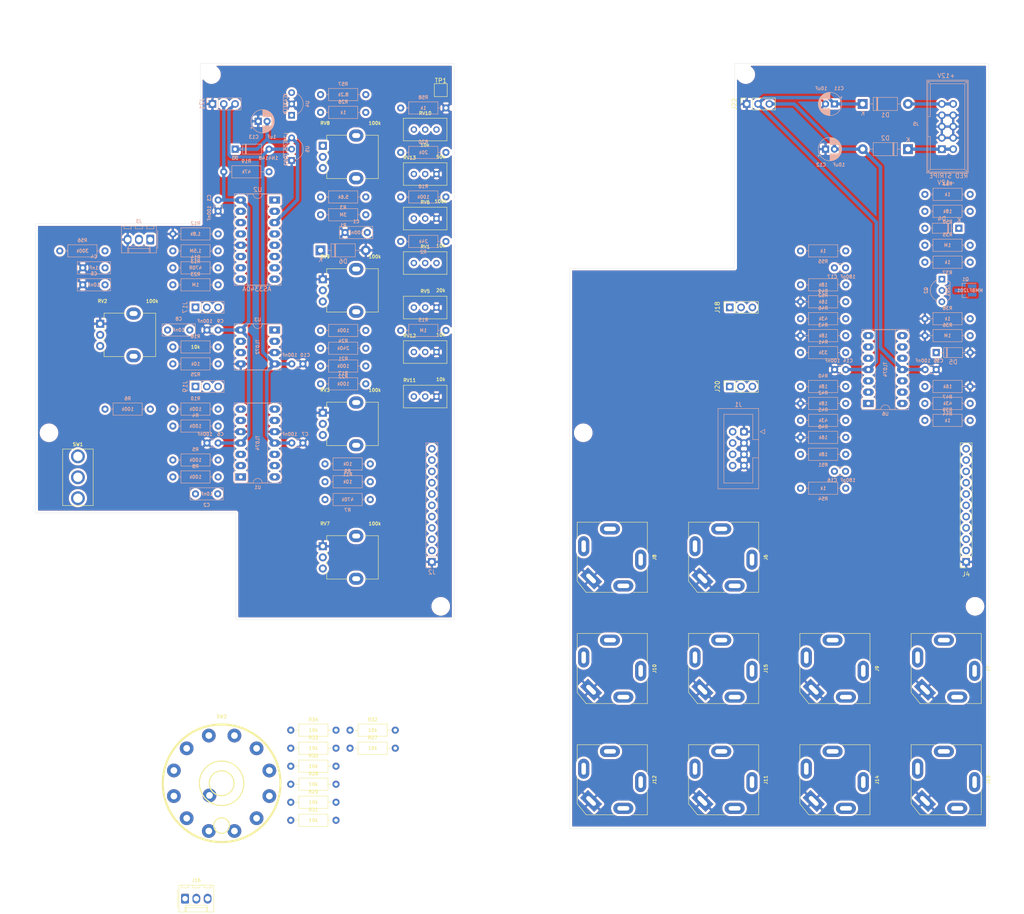
<source format=kicad_pcb>
(kicad_pcb (version 20171130) (host pcbnew 5.1.10-88a1d61d58~90~ubuntu20.04.1)
  (layers (0 F.Cu signal) (31 B.Cu signal) (34 B.Paste user) (35 F.Paste user) (36 B.SilkS user) (37 F.SilkS user) (38 B.Mask user) (39 F.Mask user) (44 Edge.Cuts user hide))
  (net 0 "")
  (net 1 GND)
  (net 2 -5V)
  (net 3 SYNC)
  (net 4 "Net-(C2-Pad1)")
  (net 5 LIN_FM_IN)
  (net 6 +12V)
  (net 7 "Net-(C5-Pad1)")
  (net 8 "Net-(C8-Pad1)")
  (net 9 -12V)
  (net 10 SIN)
  (net 11 TRI)
  (net 12 PULSE)
  (net 13 SAW)
  (net 14 PWMIN)
  (net 15 CV_IN)
  (net 16 V_OCT)
  (net 17 PWMIN_J)
  (net 18 LIN_FM_IN_J)
  (net 19 SYNC_J)
  (net 20 CV_IN_J)
  (net 21 V_OCT_J)
  (net 22 GND1)
  (net 23 "Net-(Q1-Pad2)")
  (net 24 "Net-(Q1-Pad1)")
  (net 25 "Net-(R2-Pad1)")
  (net 26 PULSE_OUT)
  (net 27 PWM_IN)
  (net 28 LIN_FM)
  (net 29 CV_NODE)
  (net 30 OCTAVE)
  (net 31 +8V_REF)
  (net 32 SAW_OUT)
  (net 33 HFT)
  (net 34 HARD_SYNC)
  (net 35 SOFT_SYNC)
  (net 36 TRIANGLE_OUT)
  (net 37 /HI_FREQ_TRACK)
  (net 38 /CENTER_FREQ)
  (net 39 /FREQ_CV)
  (net 40 /FINE_TUNE)
  (net 41 /PULSE_WIDTH)
  (net 42 /PWM)
  (net 43 "Net-(C4-Pad1)")
  (net 44 "Net-(R4-Pad2)")
  (net 45 "Net-(R18-Pad2)")
  (net 46 "Net-(R41-Pad1)")
  (net 47 "Net-(R44-Pad1)")
  (net 48 LINK_OUT_FM)
  (net 49 "Net-(C16-Pad2)")
  (net 50 LINK_OUT_SAW)
  (net 51 "Net-(C17-Pad2)")
  (net 52 "Net-(C17-Pad1)")
  (net 53 "Net-(D4-Pad2)")
  (net 54 LINK_OUT_CV)
  (net 55 LINK_OUT_PW)
  (net 56 "/Panel components and power/+8V_REF_P")
  (net 57 "/Panel components and power/OCTAVE_P")
  (net 58 "Net-(R2-Pad2)")
  (net 59 "Net-(R3-Pad1)")
  (net 60 "Net-(R10-Pad2)")
  (net 61 "Net-(R11-Pad2)")
  (net 62 "Net-(R10-Pad1)")
  (net 63 "Net-(R12-Pad1)")
  (net 64 "Net-(R18-Pad1)")
  (net 65 "Net-(R19-Pad1)")
  (net 66 "Net-(R21-Pad1)")
  (net 67 "Net-(R27-Pad1)")
  (net 68 "Net-(R28-Pad1)")
  (net 69 "Net-(R29-Pad1)")
  (net 70 "Net-(R30-Pad1)")
  (net 71 "Net-(R31-Pad1)")
  (net 72 "Net-(R32-Pad1)")
  (net 73 "Net-(R33-Pad1)")
  (net 74 "Net-(R40-Pad1)")
  (net 75 "Net-(R56-Pad2)")
  (net 76 "Net-(R57-Pad1)")
  (net 77 "Net-(R58-Pad2)")
  (net 78 /LIN_FM_CV)
  (net 79 "Net-(SW2-Pad10)")
  (net 80 "Net-(SW2-Pad11)")
  (net 81 "Net-(SW2-Pad12)")
  (net 82 V_OCT2)
  (net 83 V_OCT2_J)
  (net 84 "Net-(R8-Pad1)")
  (net 85 "/Panel components and power/VREF")
  (net 86 "/Panel components and power/0V")
  (net 87 +12V_P)
  (net 88 -12V_P)
  (net 89 PULSE_OUT_S)
  (net 90 SAW_OUT_S)
  (net 91 TRIANGLE_OUT_S)
  (net 92 SIN_S_W_S)
  (net 93 SIN_A_CCW)
  (net 94 SIN_A_W)
  (net 95 SIN_S_CCW)
  (net 96 SIN_S_W)
  (net 97 SIN_A_CCW_S)
  (net 98 SIN_A_W_S)
  (net 99 SIN_S_CCW_S)
  (net 100 LINK_OUT_CV_L)
  (net 101 LINK_OUT_PW_L)
  (net 102 LINK_OUT_FM_L)
  (net 103 "/Panel components and power/+12V_IN")
  (net 104 "/Panel components and power/-12V_IN")
  (module 3340vco:3340vco_panel_holes (layer F.Cu) (at 300 115)
    (fp_text reference GRAF2 hide)
    (fp_text value Holes hide)
  )
  (module 3340vco:3340vco_panel_holes (layer F.Cu) (at 180 115)
    (fp_text reference GRAF1 hide)
    (fp_text value Holes hide)
  )
  (module ao_tht:Potentiometer_Alpha_RD901F-40-00D_Single_Vertical_centered (layer F.Cu) (at 205 80)
    (fp_text reference RV9 (at -6.992 -7.58 180) (layer F.SilkS) (effects (font (size 0.75 0.75))))
    (fp_text value 100k)
    (fp_text user %V (at 4.184 -7.58) (layer F.SilkS) (effects (font (size 0.75 0.75))))
    (pad "" thru_hole oval (at 0 -4.8 90) (size 2.72 3.24) (drill oval 1.1 1.8) (layers *.Cu *.Mask))
    (pad "" thru_hole oval (at 0 4.8 90) (size 2.72 3.24) (drill oval 1.1 1.8) (layers *.Cu *.Mask))
    (pad 3 thru_hole circle (at -7.5 2.5 90) (size 1.8 1.8) (drill 1) (layers *.Cu *.Mask) (net 14 PWMIN))
    (pad 2 thru_hole circle (at -7.5 0 90) (size 1.8 1.8) (drill 1) (layers *.Cu *.Mask) (net 42 /PWM))
    (pad 1 thru_hole rect (at -7.5 -2.5 90) (size 1.8 1.8) (drill 1) (layers *.Cu *.Mask) (net 1 GND))
  )
  (module ao_tht:Potentiometer_Alpha_RD901F-40-00D_Single_Vertical_centered (layer F.Cu) (at 205 50)
    (fp_text reference RV8 (at -6.992 -7.58 180) (layer F.SilkS) (effects (font (size 0.75 0.75))))
    (fp_text value 100k)
    (fp_text user %V (at 4.184 -7.58) (layer F.SilkS) (effects (font (size 0.75 0.75))))
    (pad "" thru_hole oval (at 0 -4.8 90) (size 2.72 3.24) (drill oval 1.1 1.8) (layers *.Cu *.Mask))
    (pad "" thru_hole oval (at 0 4.8 90) (size 2.72 3.24) (drill oval 1.1 1.8) (layers *.Cu *.Mask))
    (pad 3 thru_hole circle (at -7.5 2.5 90) (size 1.8 1.8) (drill 1) (layers *.Cu *.Mask) (net 87 +12V_P))
    (pad 2 thru_hole circle (at -7.5 0 90) (size 1.8 1.8) (drill 1) (layers *.Cu *.Mask) (net 41 /PULSE_WIDTH))
    (pad 1 thru_hole rect (at -7.5 -2.5 90) (size 1.8 1.8) (drill 1) (layers *.Cu *.Mask) (net 88 -12V_P))
  )
  (module ao_tht:Potentiometer_Alpha_RD901F-40-00D_Single_Vertical_centered (layer F.Cu) (at 205 140)
    (fp_text reference RV7 (at -6.992 -7.58 180) (layer F.SilkS) (effects (font (size 0.75 0.75))))
    (fp_text value 100k)
    (fp_text user %V (at 4.184 -7.58) (layer F.SilkS) (effects (font (size 0.75 0.75))))
    (pad "" thru_hole oval (at 0 -4.8 90) (size 2.72 3.24) (drill oval 1.1 1.8) (layers *.Cu *.Mask))
    (pad "" thru_hole oval (at 0 4.8 90) (size 2.72 3.24) (drill oval 1.1 1.8) (layers *.Cu *.Mask))
    (pad 3 thru_hole circle (at -7.5 2.5 90) (size 1.8 1.8) (drill 1) (layers *.Cu *.Mask) (net 5 LIN_FM_IN))
    (pad 2 thru_hole circle (at -7.5 0 90) (size 1.8 1.8) (drill 1) (layers *.Cu *.Mask) (net 78 /LIN_FM_CV))
    (pad 1 thru_hole rect (at -7.5 -2.5 90) (size 1.8 1.8) (drill 1) (layers *.Cu *.Mask) (net 1 GND))
  )
  (module ao_tht:Potentiometer_Alpha_RD901F-40-00D_Single_Vertical_centered (layer F.Cu) (at 205 110)
    (fp_text reference RV3 (at -6.992 -7.58 180) (layer F.SilkS) (effects (font (size 0.75 0.75))))
    (fp_text value 100k)
    (fp_text user %V (at 4.184 -7.58) (layer F.SilkS) (effects (font (size 0.75 0.75))))
    (pad "" thru_hole oval (at 0 -4.8 90) (size 2.72 3.24) (drill oval 1.1 1.8) (layers *.Cu *.Mask))
    (pad "" thru_hole oval (at 0 4.8 90) (size 2.72 3.24) (drill oval 1.1 1.8) (layers *.Cu *.Mask))
    (pad 3 thru_hole circle (at -7.5 2.5 90) (size 1.8 1.8) (drill 1) (layers *.Cu *.Mask) (net 15 CV_IN))
    (pad 2 thru_hole circle (at -7.5 0 90) (size 1.8 1.8) (drill 1) (layers *.Cu *.Mask) (net 39 /FREQ_CV))
    (pad 1 thru_hole rect (at -7.5 -2.5 90) (size 1.8 1.8) (drill 1) (layers *.Cu *.Mask) (net 1 GND))
  )
  (module ao_tht:Potentiometer_Alpha_RD901F-40-00D_Single_Vertical_centered (layer F.Cu) (at 155 90)
    (fp_text reference RV2 (at -6.992 -7.58 180) (layer F.SilkS) (effects (font (size 0.75 0.75))))
    (fp_text value 100k)
    (fp_text user %V (at 4.184 -7.58) (layer F.SilkS) (effects (font (size 0.75 0.75))))
    (pad "" thru_hole oval (at 0 -4.8 90) (size 2.72 3.24) (drill oval 1.1 1.8) (layers *.Cu *.Mask))
    (pad "" thru_hole oval (at 0 4.8 90) (size 2.72 3.24) (drill oval 1.1 1.8) (layers *.Cu *.Mask))
    (pad 3 thru_hole circle (at -7.5 2.5 90) (size 1.8 1.8) (drill 1) (layers *.Cu *.Mask) (net 75 "Net-(R56-Pad2)"))
    (pad 2 thru_hole circle (at -7.5 0 90) (size 1.8 1.8) (drill 1) (layers *.Cu *.Mask) (net 40 /FINE_TUNE))
    (pad 1 thru_hole rect (at -7.5 -2.5 90) (size 1.8 1.8) (drill 1) (layers *.Cu *.Mask) (net 1 GND))
  )
  (module ao_tht:Jack_6.35mm_PJ_629HAN_slots (layer F.Cu) (at 287.5 165 270)
    (fp_text reference J15 (at 0 -9.5 90) (layer F.SilkS) (effects (font (size 0.75 0.75))))
    (fp_text value AudioJack2)
    (pad RN thru_hole oval (at 6.4 -2.5 270) (size 2.500001 4.500001) (drill oval 1 2.7) (layers *.Cu *.Mask))
    (pad TN thru_hole oval (at -2.5 6.4 270) (size 4.5 2.5) (drill oval 2.7 1) (layers *.Cu *.Mask))
    (pad R thru_hole oval (at 0.5 -6.4 270) (size 4.500001 2.5) (drill oval 2.7 1) (layers *.Cu *.Mask))
    (pad S thru_hole rect (at 4.74 4.74 315) (size 4.500001 2.500001) (drill oval 2.7 1) (layers *.Cu *.Mask) (net 22 GND1))
    (pad T thru_hole oval (at -6.4 0.5 270) (size 2.5 4.5) (drill oval 1 2.7) (layers *.Cu *.Mask) (net 83 V_OCT2_J))
  )
  (module ao_tht:Jack_6.35mm_PJ_629HAN_slots (layer F.Cu) (at 312.5 190 270)
    (fp_text reference J14 (at 0 -9.5 90) (layer F.SilkS) (effects (font (size 0.75 0.75))))
    (fp_text value AudioJack2)
    (pad RN thru_hole oval (at 6.4 -2.5 270) (size 2.500001 4.500001) (drill oval 1 2.7) (layers *.Cu *.Mask))
    (pad TN thru_hole oval (at -2.5 6.4 270) (size 4.5 2.5) (drill oval 2.7 1) (layers *.Cu *.Mask))
    (pad R thru_hole oval (at 0.5 -6.4 270) (size 4.500001 2.5) (drill oval 2.7 1) (layers *.Cu *.Mask))
    (pad S thru_hole rect (at 4.74 4.74 315) (size 4.500001 2.500001) (drill oval 2.7 1) (layers *.Cu *.Mask) (net 22 GND1))
    (pad T thru_hole oval (at -6.4 0.5 270) (size 2.5 4.5) (drill oval 1 2.7) (layers *.Cu *.Mask) (net 13 SAW))
  )
  (module ao_tht:Jack_6.35mm_PJ_629HAN_slots (layer F.Cu) (at 337.5 190 270)
    (fp_text reference J13 (at 0 -9.5 90) (layer F.SilkS) (effects (font (size 0.75 0.75))))
    (fp_text value AudioJack2)
    (pad RN thru_hole oval (at 6.4 -2.5 270) (size 2.500001 4.500001) (drill oval 1 2.7) (layers *.Cu *.Mask))
    (pad TN thru_hole oval (at -2.5 6.4 270) (size 4.5 2.5) (drill oval 2.7 1) (layers *.Cu *.Mask))
    (pad R thru_hole oval (at 0.5 -6.4 270) (size 4.500001 2.5) (drill oval 2.7 1) (layers *.Cu *.Mask))
    (pad S thru_hole rect (at 4.74 4.74 315) (size 4.500001 2.500001) (drill oval 2.7 1) (layers *.Cu *.Mask) (net 22 GND1))
    (pad T thru_hole oval (at -6.4 0.5 270) (size 2.5 4.5) (drill oval 1 2.7) (layers *.Cu *.Mask) (net 12 PULSE))
  )
  (module ao_tht:Jack_6.35mm_PJ_629HAN_slots (layer F.Cu) (at 262.5 190 270)
    (fp_text reference J12 (at 0 -9.5 90) (layer F.SilkS) (effects (font (size 0.75 0.75))))
    (fp_text value AudioJack2)
    (pad RN thru_hole oval (at 6.4 -2.5 270) (size 2.500001 4.500001) (drill oval 1 2.7) (layers *.Cu *.Mask))
    (pad TN thru_hole oval (at -2.5 6.4 270) (size 4.5 2.5) (drill oval 2.7 1) (layers *.Cu *.Mask))
    (pad R thru_hole oval (at 0.5 -6.4 270) (size 4.500001 2.5) (drill oval 2.7 1) (layers *.Cu *.Mask))
    (pad S thru_hole rect (at 4.74 4.74 315) (size 4.500001 2.500001) (drill oval 2.7 1) (layers *.Cu *.Mask) (net 22 GND1))
    (pad T thru_hole oval (at -6.4 0.5 270) (size 2.5 4.5) (drill oval 1 2.7) (layers *.Cu *.Mask) (net 11 TRI))
  )
  (module ao_tht:Jack_6.35mm_PJ_629HAN_slots (layer F.Cu) (at 287.5 190 270)
    (fp_text reference J11 (at 0 -9.5 90) (layer F.SilkS) (effects (font (size 0.75 0.75))))
    (fp_text value AudioJack2)
    (pad RN thru_hole oval (at 6.4 -2.5 270) (size 2.500001 4.500001) (drill oval 1 2.7) (layers *.Cu *.Mask))
    (pad TN thru_hole oval (at -2.5 6.4 270) (size 4.5 2.5) (drill oval 2.7 1) (layers *.Cu *.Mask))
    (pad R thru_hole oval (at 0.5 -6.4 270) (size 4.500001 2.5) (drill oval 2.7 1) (layers *.Cu *.Mask))
    (pad S thru_hole rect (at 4.74 4.74 315) (size 4.500001 2.500001) (drill oval 2.7 1) (layers *.Cu *.Mask) (net 22 GND1))
    (pad T thru_hole oval (at -6.4 0.5 270) (size 2.5 4.5) (drill oval 1 2.7) (layers *.Cu *.Mask) (net 10 SIN))
  )
  (module ao_tht:Jack_6.35mm_PJ_629HAN_slots (layer F.Cu) (at 262.5 165 270)
    (fp_text reference J10 (at 0 -9.5 90) (layer F.SilkS) (effects (font (size 0.75 0.75))))
    (fp_text value AudioJack2)
    (pad RN thru_hole oval (at 6.4 -2.5 270) (size 2.500001 4.500001) (drill oval 1 2.7) (layers *.Cu *.Mask))
    (pad TN thru_hole oval (at -2.5 6.4 270) (size 4.5 2.5) (drill oval 2.7 1) (layers *.Cu *.Mask))
    (pad R thru_hole oval (at 0.5 -6.4 270) (size 4.500001 2.5) (drill oval 2.7 1) (layers *.Cu *.Mask))
    (pad S thru_hole rect (at 4.74 4.74 315) (size 4.500001 2.500001) (drill oval 2.7 1) (layers *.Cu *.Mask) (net 22 GND1))
    (pad T thru_hole oval (at -6.4 0.5 270) (size 2.5 4.5) (drill oval 1 2.7) (layers *.Cu *.Mask) (net 21 V_OCT_J))
  )
  (module ao_tht:Jack_6.35mm_PJ_629HAN_slots (layer F.Cu) (at 312.5 165 270)
    (fp_text reference J9 (at 0 -9.5 90) (layer F.SilkS) (effects (font (size 0.75 0.75))))
    (fp_text value AudioJack2)
    (pad RN thru_hole oval (at 6.4 -2.5 270) (size 2.500001 4.500001) (drill oval 1 2.7) (layers *.Cu *.Mask))
    (pad TN thru_hole oval (at -2.5 6.4 270) (size 4.5 2.5) (drill oval 2.7 1) (layers *.Cu *.Mask))
    (pad R thru_hole oval (at 0.5 -6.4 270) (size 4.500001 2.5) (drill oval 2.7 1) (layers *.Cu *.Mask))
    (pad S thru_hole rect (at 4.74 4.74 315) (size 4.500001 2.500001) (drill oval 2.7 1) (layers *.Cu *.Mask) (net 22 GND1))
    (pad T thru_hole oval (at -6.4 0.5 270) (size 2.5 4.5) (drill oval 1 2.7) (layers *.Cu *.Mask) (net 20 CV_IN_J))
  )
  (module ao_tht:Jack_6.35mm_PJ_629HAN_slots (layer F.Cu) (at 262.5 140 270)
    (fp_text reference J8 (at 0 -9.5 90) (layer F.SilkS) (effects (font (size 0.75 0.75))))
    (fp_text value AudioJack2)
    (pad RN thru_hole oval (at 6.4 -2.5 270) (size 2.500001 4.500001) (drill oval 1 2.7) (layers *.Cu *.Mask))
    (pad TN thru_hole oval (at -2.5 6.4 270) (size 4.5 2.5) (drill oval 2.7 1) (layers *.Cu *.Mask))
    (pad R thru_hole oval (at 0.5 -6.4 270) (size 4.500001 2.5) (drill oval 2.7 1) (layers *.Cu *.Mask))
    (pad S thru_hole rect (at 4.74 4.74 315) (size 4.500001 2.500001) (drill oval 2.7 1) (layers *.Cu *.Mask) (net 22 GND1))
    (pad T thru_hole oval (at -6.4 0.5 270) (size 2.5 4.5) (drill oval 1 2.7) (layers *.Cu *.Mask) (net 19 SYNC_J))
  )
  (module ao_tht:Jack_6.35mm_PJ_629HAN_slots (layer F.Cu) (at 337.5 165 270)
    (fp_text reference J7 (at 0 -9.5 90) (layer F.SilkS) (effects (font (size 0.75 0.75))))
    (fp_text value AudioJack2)
    (pad RN thru_hole oval (at 6.4 -2.5 270) (size 2.500001 4.500001) (drill oval 1 2.7) (layers *.Cu *.Mask))
    (pad TN thru_hole oval (at -2.5 6.4 270) (size 4.5 2.5) (drill oval 2.7 1) (layers *.Cu *.Mask))
    (pad R thru_hole oval (at 0.5 -6.4 270) (size 4.500001 2.5) (drill oval 2.7 1) (layers *.Cu *.Mask))
    (pad S thru_hole rect (at 4.74 4.74 315) (size 4.500001 2.500001) (drill oval 2.7 1) (layers *.Cu *.Mask) (net 22 GND1))
    (pad T thru_hole oval (at -6.4 0.5 270) (size 2.5 4.5) (drill oval 1 2.7) (layers *.Cu *.Mask) (net 18 LIN_FM_IN_J))
  )
  (module ao_tht:Jack_6.35mm_PJ_629HAN_slots (layer F.Cu) (at 287.5 140 270)
    (fp_text reference J6 (at 0 -9.5 90) (layer F.SilkS) (effects (font (size 0.75 0.75))))
    (fp_text value AudioJack2)
    (pad RN thru_hole oval (at 6.4 -2.5 270) (size 2.500001 4.500001) (drill oval 1 2.7) (layers *.Cu *.Mask))
    (pad TN thru_hole oval (at -2.5 6.4 270) (size 4.5 2.5) (drill oval 2.7 1) (layers *.Cu *.Mask))
    (pad R thru_hole oval (at 0.5 -6.4 270) (size 4.500001 2.5) (drill oval 2.7 1) (layers *.Cu *.Mask))
    (pad S thru_hole rect (at 4.74 4.74 315) (size 4.500001 2.500001) (drill oval 2.7 1) (layers *.Cu *.Mask) (net 22 GND1))
    (pad T thru_hole oval (at -6.4 0.5 270) (size 2.5 4.5) (drill oval 1 2.7) (layers *.Cu *.Mask) (net 17 PWMIN_J))
  )
  (module Connector_PinSocket_2.54mm:PinSocket_1x03_P2.54mm_Vertical (layer F.Cu) (at 292.72 38.1 90)
    (fp_text reference J22 (at 0 -2.77 90) (layer F.SilkS))
    (fp_text value Conn_01x03)
    (pad 3 thru_hole oval (at 0 5.08 90) (size 1.7 1.7) (drill 1) (layers *.Cu *.Mask) (net 9 -12V))
    (pad 2 thru_hole oval (at 0 2.54 90) (size 1.7 1.7) (drill 1) (layers *.Cu *.Mask) (net 6 +12V))
    (pad 1 thru_hole rect (at 0 0 90) (size 1.7 1.7) (drill 1) (layers *.Cu *.Mask) (net 22 GND1))
  )
  (module Connector_PinHeader_2.54mm:PinHeader_1x03_P2.54mm_Vertical (layer B.Cu) (at 172.72 38.1 270)
    (fp_text reference J21 (at 0 2.33 270) (layer B.SilkS) (effects (justify mirror)))
    (fp_text value Conn_01x03)
    (pad 3 thru_hole oval (at 0 -5.08 270) (size 1.7 1.7) (drill 1) (layers *.Cu *.Mask) (net 88 -12V_P))
    (pad 2 thru_hole oval (at 0 -2.54 270) (size 1.7 1.7) (drill 1) (layers *.Cu *.Mask) (net 87 +12V_P))
    (pad 1 thru_hole rect (at 0 0 270) (size 1.7 1.7) (drill 1) (layers *.Cu *.Mask) (net 1 GND))
  )
  (module Connector_PinSocket_2.54mm:PinSocket_1x11_P2.54mm_Vertical (layer F.Cu) (at 342 141 180)
    (fp_text reference J4 (at 0 -2.77) (layer F.SilkS))
    (fp_text value Conn_01x11)
    (pad 11 thru_hole oval (at 0 25.4 180) (size 1.7 1.7) (drill 1) (layers *.Cu *.Mask) (net 97 SIN_A_CCW_S))
    (pad 10 thru_hole oval (at 0 22.86 180) (size 1.7 1.7) (drill 1) (layers *.Cu *.Mask) (net 98 SIN_A_W_S))
    (pad 9 thru_hole oval (at 0 20.32 180) (size 1.7 1.7) (drill 1) (layers *.Cu *.Mask) (net 99 SIN_S_CCW_S))
    (pad 8 thru_hole oval (at 0 17.78 180) (size 1.7 1.7) (drill 1) (layers *.Cu *.Mask) (net 92 SIN_S_W_S))
    (pad 7 thru_hole oval (at 0 15.24 180) (size 1.7 1.7) (drill 1) (layers *.Cu *.Mask) (net 17 PWMIN_J))
    (pad 6 thru_hole oval (at 0 12.7 180) (size 1.7 1.7) (drill 1) (layers *.Cu *.Mask) (net 18 LIN_FM_IN_J))
    (pad 5 thru_hole oval (at 0 10.16 180) (size 1.7 1.7) (drill 1) (layers *.Cu *.Mask) (net 19 SYNC_J))
    (pad 4 thru_hole oval (at 0 7.62 180) (size 1.7 1.7) (drill 1) (layers *.Cu *.Mask) (net 20 CV_IN_J))
    (pad 3 thru_hole oval (at 0 5.08 180) (size 1.7 1.7) (drill 1) (layers *.Cu *.Mask) (net 83 V_OCT2_J))
    (pad 2 thru_hole oval (at 0 2.54 180) (size 1.7 1.7) (drill 1) (layers *.Cu *.Mask) (net 21 V_OCT_J))
    (pad 1 thru_hole rect (at 0 0 180) (size 1.7 1.7) (drill 1) (layers *.Cu *.Mask) (net 22 GND1))
  )
  (module Connector_PinHeader_2.54mm:PinHeader_1x11_P2.54mm_Vertical (layer B.Cu) (at 222 141)
    (fp_text reference J2 (at 0 2.33) (layer B.SilkS) (effects (justify mirror)))
    (fp_text value Conn_01x11)
    (pad 11 thru_hole oval (at 0 -25.4) (size 1.7 1.7) (drill 1) (layers *.Cu *.Mask) (net 93 SIN_A_CCW))
    (pad 10 thru_hole oval (at 0 -22.86) (size 1.7 1.7) (drill 1) (layers *.Cu *.Mask) (net 94 SIN_A_W))
    (pad 9 thru_hole oval (at 0 -20.32) (size 1.7 1.7) (drill 1) (layers *.Cu *.Mask) (net 95 SIN_S_CCW))
    (pad 8 thru_hole oval (at 0 -17.78) (size 1.7 1.7) (drill 1) (layers *.Cu *.Mask) (net 96 SIN_S_W))
    (pad 7 thru_hole oval (at 0 -15.24) (size 1.7 1.7) (drill 1) (layers *.Cu *.Mask) (net 14 PWMIN))
    (pad 6 thru_hole oval (at 0 -12.7) (size 1.7 1.7) (drill 1) (layers *.Cu *.Mask) (net 5 LIN_FM_IN))
    (pad 5 thru_hole oval (at 0 -10.16) (size 1.7 1.7) (drill 1) (layers *.Cu *.Mask) (net 3 SYNC))
    (pad 4 thru_hole oval (at 0 -7.62) (size 1.7 1.7) (drill 1) (layers *.Cu *.Mask) (net 15 CV_IN))
    (pad 3 thru_hole oval (at 0 -5.08) (size 1.7 1.7) (drill 1) (layers *.Cu *.Mask) (net 82 V_OCT2))
    (pad 2 thru_hole oval (at 0 -2.54) (size 1.7 1.7) (drill 1) (layers *.Cu *.Mask) (net 16 V_OCT))
    (pad 1 thru_hole rect (at 0 0) (size 1.7 1.7) (drill 1) (layers *.Cu *.Mask) (net 1 GND))
  )
  (module Connector_PinSocket_2.54mm:PinSocket_1x03_P2.54mm_Vertical (layer F.Cu) (at 288.91 101.6 90)
    (fp_text reference J20 (at 0 -2.77 90) (layer F.SilkS))
    (fp_text value Conn_01x03)
    (pad 3 thru_hole oval (at 0 5.08 90) (size 1.7 1.7) (drill 1) (layers *.Cu *.Mask) (net 100 LINK_OUT_CV_L))
    (pad 2 thru_hole oval (at 0 2.54 90) (size 1.7 1.7) (drill 1) (layers *.Cu *.Mask) (net 101 LINK_OUT_PW_L))
    (pad 1 thru_hole rect (at 0 0 90) (size 1.7 1.7) (drill 1) (layers *.Cu *.Mask) (net 102 LINK_OUT_FM_L))
  )
  (module Connector_PinHeader_2.54mm:PinHeader_1x03_P2.54mm_Vertical (layer B.Cu) (at 168.91 101.6 270)
    (fp_text reference J19 (at 0 2.33 270) (layer B.SilkS) (effects (justify mirror)))
    (fp_text value Conn_01x03)
    (pad 3 thru_hole oval (at 0 -5.08 270) (size 1.7 1.7) (drill 1) (layers *.Cu *.Mask) (net 54 LINK_OUT_CV))
    (pad 2 thru_hole oval (at 0 -2.54 270) (size 1.7 1.7) (drill 1) (layers *.Cu *.Mask) (net 55 LINK_OUT_PW))
    (pad 1 thru_hole rect (at 0 0 270) (size 1.7 1.7) (drill 1) (layers *.Cu *.Mask) (net 48 LINK_OUT_FM))
  )
  (module Connector_PinSocket_2.54mm:PinSocket_1x03_P2.54mm_Vertical (layer F.Cu) (at 288.91 83.82 90)
    (fp_text reference J18 (at 0 -2.77 90) (layer F.SilkS))
    (fp_text value Conn_01x03)
    (pad 3 thru_hole oval (at 0 5.08 90) (size 1.7 1.7) (drill 1) (layers *.Cu *.Mask) (net 89 PULSE_OUT_S))
    (pad 2 thru_hole oval (at 0 2.54 90) (size 1.7 1.7) (drill 1) (layers *.Cu *.Mask) (net 90 SAW_OUT_S))
    (pad 1 thru_hole rect (at 0 0 90) (size 1.7 1.7) (drill 1) (layers *.Cu *.Mask) (net 91 TRIANGLE_OUT_S))
  )
  (module Connector_PinHeader_2.54mm:PinHeader_1x03_P2.54mm_Vertical (layer B.Cu) (at 168.91 83.82 270)
    (fp_text reference J17 (at 0 2.33 270) (layer B.SilkS) (effects (justify mirror)))
    (fp_text value Conn_01x03)
    (pad 3 thru_hole oval (at 0 -5.08 270) (size 1.7 1.7) (drill 1) (layers *.Cu *.Mask) (net 26 PULSE_OUT))
    (pad 2 thru_hole oval (at 0 -2.54 270) (size 1.7 1.7) (drill 1) (layers *.Cu *.Mask) (net 32 SAW_OUT))
    (pad 1 thru_hole rect (at 0 0 270) (size 1.7 1.7) (drill 1) (layers *.Cu *.Mask) (net 36 TRIANGLE_OUT))
  )
  (module Connector_IDC:IDC-Header_2x04_P2.54mm_Vertical (layer B.Cu) (at 292.1 111.76 180)
    (fp_text reference J1 (at 1.27 6.1 180) (layer B.SilkS) (effects (justify mirror)))
    (fp_text value Conn_02x04_Odd_Even)
    (pad 8 thru_hole circle (at 2.54 -7.62 180) (size 1.7 1.7) (drill 1) (layers *.Cu *.Mask) (net 102 LINK_OUT_FM_L))
    (pad 6 thru_hole circle (at 2.54 -5.08 180) (size 1.7 1.7) (drill 1) (layers *.Cu *.Mask) (net 101 LINK_OUT_PW_L))
    (pad 4 thru_hole circle (at 2.54 -2.54 180) (size 1.7 1.7) (drill 1) (layers *.Cu *.Mask) (net 100 LINK_OUT_CV_L))
    (pad 2 thru_hole circle (at 2.54 0 180) (size 1.7 1.7) (drill 1) (layers *.Cu *.Mask) (net 50 LINK_OUT_SAW))
    (pad 7 thru_hole circle (at 0 -7.62 180) (size 1.7 1.7) (drill 1) (layers *.Cu *.Mask) (net 22 GND1))
    (pad 5 thru_hole circle (at 0 -5.08 180) (size 1.7 1.7) (drill 1) (layers *.Cu *.Mask) (net 22 GND1))
    (pad 3 thru_hole circle (at 0 -2.54 180) (size 1.7 1.7) (drill 1) (layers *.Cu *.Mask) (net 22 GND1))
    (pad 1 thru_hole roundrect (at 0 0 180) (size 1.7 1.7) (drill 1) (layers *.Cu *.Mask) (roundrect_rratio 0.147059) (net 22 GND1))
  )
  (module ao_tht:MountingHole_3.2mm_M3 (layer F.Cu) (at 344 151)
    (fp_text reference H6 hide)
    (fp_text value MountingHole)
    (pad 1 np_thru_hole circle (at 0 0) (size 3.2 3.2) (drill 3.2) (layers *.Cu *.Mask))
  )
  (module ao_tht:MountingHole_3.2mm_M3 (layer F.Cu) (at 256 112)
    (fp_text reference H5 hide)
    (fp_text value MountingHole)
    (pad 1 np_thru_hole circle (at 0 0) (size 3.2 3.2) (drill 3.2) (layers *.Cu *.Mask))
  )
  (module ao_tht:MountingHole_3.2mm_M3 (layer F.Cu) (at 292.5 31.5)
    (fp_text reference H4 hide)
    (fp_text value MountingHole)
    (pad 1 np_thru_hole circle (at 0 0) (size 3.2 3.2) (drill 3.2) (layers *.Cu *.Mask))
  )
  (module ao_tht:MountingHole_3.2mm_M3 (layer F.Cu) (at 224 151)
    (fp_text reference H3 hide)
    (fp_text value MountingHole)
    (pad 1 np_thru_hole circle (at 0 0) (size 3.2 3.2) (drill 3.2) (layers *.Cu *.Mask))
  )
  (module ao_tht:MountingHole_3.2mm_M3 (layer F.Cu) (at 136 112)
    (fp_text reference H2 hide)
    (fp_text value MountingHole)
    (pad 1 np_thru_hole circle (at 0 0) (size 3.2 3.2) (drill 3.2) (layers *.Cu *.Mask))
  )
  (module ao_tht:MountingHole_3.2mm_M3 (layer F.Cu) (at 172.5 31.5)
    (fp_text reference H1 hide)
    (fp_text value MountingHole)
    (pad 1 np_thru_hole circle (at 0 0) (size 3.2 3.2) (drill 3.2) (layers *.Cu *.Mask))
  )
  (module ao_tht:C_Rect_L7.2mm_W2.5mm_P5.00mm_FKS2_FKP2_MKS2_MKP2 (layer B.Cu) (at 148.59 78.74 180)
    (fp_text reference C5 (at 2.5 2.5) (layer B.SilkS) (effects (font (size 0.75 0.75)) (justify mirror)))
    (fp_text value 10nF)
    (fp_text user %V (at 2.54 0) (layer B.SilkS) (effects (font (size 0.75 0.75)) (justify mirror)))
    (pad 2 thru_hole circle (at 5 0 180) (size 1.6 1.6) (drill 0.8) (layers *.Cu *.Mask) (net 1 GND))
    (pad 1 thru_hole circle (at 0 0 180) (size 1.6 1.6) (drill 0.8) (layers *.Cu *.Mask) (net 7 "Net-(C5-Pad1)"))
  )
  (module ao_tht:C_Rect_L7.2mm_W2.5mm_P5.00mm_FKS2_FKP2_MKS2_MKP2 (layer B.Cu) (at 148.59 74.93 180)
    (fp_text reference C4 (at 2.5 2.5) (layer B.SilkS) (effects (font (size 0.75 0.75)) (justify mirror)))
    (fp_text value 1nF)
    (fp_text user %V (at 2.54 0) (layer B.SilkS) (effects (font (size 0.75 0.75)) (justify mirror)))
    (pad 2 thru_hole circle (at 5 0 180) (size 1.6 1.6) (drill 0.8) (layers *.Cu *.Mask) (net 1 GND))
    (pad 1 thru_hole circle (at 0 0 180) (size 1.6 1.6) (drill 0.8) (layers *.Cu *.Mask) (net 43 "Net-(C4-Pad1)"))
  )
  (module ao_tht:C_Rect_L7.2mm_W2.5mm_P5.00mm_FKS2_FKP2_MKS2_MKP2 (layer B.Cu) (at 167.64 88.9 180)
    (fp_text reference C8 (at 2.5 2.5) (layer B.SilkS) (effects (font (size 0.75 0.75)) (justify mirror)))
    (fp_text value 10nF)
    (fp_text user %V (at 2.54 0) (layer B.SilkS) (effects (font (size 0.75 0.75)) (justify mirror)))
    (pad 2 thru_hole circle (at 5 0 180) (size 1.6 1.6) (drill 0.8) (layers *.Cu *.Mask) (net 48 LINK_OUT_FM))
    (pad 1 thru_hole circle (at 0 0 180) (size 1.6 1.6) (drill 0.8) (layers *.Cu *.Mask) (net 8 "Net-(C8-Pad1)"))
  )
  (module ao_tht:C_Rect_L7.2mm_W2.5mm_P5.00mm_FKS2_FKP2_MKS2_MKP2 (layer B.Cu) (at 207.5 67 180)
    (fp_text reference C1 (at 2.5 2.5) (layer B.SilkS) (effects (font (size 0.75 0.75)) (justify mirror)))
    (fp_text value 100nF)
    (fp_text user %V (at 2.54 0) (layer B.SilkS) (effects (font (size 0.75 0.75)) (justify mirror)))
    (pad 2 thru_hole circle (at 5 0 180) (size 1.6 1.6) (drill 0.8) (layers *.Cu *.Mask) (net 1 GND))
    (pad 1 thru_hole circle (at 0 0 180) (size 1.6 1.6) (drill 0.8) (layers *.Cu *.Mask) (net 2 -5V))
  )
  (module ao_tht:R_Axial_DIN0207_L6.3mm_D2.5mm_P10.16mm_Horizontal (layer B.Cu) (at 207.16 36 180)
    (fp_text reference R57 (at 5.08 2.37) (layer B.SilkS) (effects (font (size 0.75 0.75)) (justify mirror)))
    (fp_text value 8.2k)
    (fp_text user %V (at 5.08 0) (layer B.SilkS) (effects (font (size 0.75 0.75)) (justify mirror)))
    (pad 1 thru_hole circle (at 0 0 180) (size 1.6 1.6) (drill 0.8) (layers *.Cu *.Mask) (net 76 "Net-(R57-Pad1)"))
    (pad 2 thru_hole oval (at 10.16 0 180) (size 1.6 1.6) (drill 0.8) (layers *.Cu *.Mask) (net 31 +8V_REF))
  )
  (module ao_tht:R_Axial_DIN0207_L6.3mm_D2.5mm_P10.16mm_Horizontal (layer B.Cu) (at 207.16 40 180)
    (fp_text reference R26 (at 5.08 2.37) (layer B.SilkS) (effects (font (size 0.75 0.75)) (justify mirror)))
    (fp_text value 1k)
    (fp_text user %V (at 5.08 0) (layer B.SilkS) (effects (font (size 0.75 0.75)) (justify mirror)))
    (pad 1 thru_hole circle (at 0 0 180) (size 1.6 1.6) (drill 0.8) (layers *.Cu *.Mask) (net 31 +8V_REF))
    (pad 2 thru_hole oval (at 10.16 0 180) (size 1.6 1.6) (drill 0.8) (layers *.Cu *.Mask) (net 87 +12V_P))
  )
  (module ao_tht:R_Axial_DIN0207_L6.3mm_D2.5mm_P10.16mm_Horizontal (layer B.Cu) (at 225.16 39 180)
    (fp_text reference R58 (at 5.08 2.37) (layer B.SilkS) (effects (font (size 0.75 0.75)) (justify mirror)))
    (fp_text value 1k)
    (fp_text user %V (at 5.08 0) (layer B.SilkS) (effects (font (size 0.75 0.75)) (justify mirror)))
    (pad 1 thru_hole circle (at 0 0 180) (size 1.6 1.6) (drill 0.8) (layers *.Cu *.Mask) (net 1 GND))
    (pad 2 thru_hole oval (at 10.16 0 180) (size 1.6 1.6) (drill 0.8) (layers *.Cu *.Mask) (net 77 "Net-(R58-Pad2)"))
  )
  (module ao_tht:R_Axial_DIN0207_L6.3mm_D2.5mm_P10.16mm_Horizontal (layer B.Cu) (at 173.99 121.92 180)
    (fp_text reference R8 (at 5.08 2.37) (layer B.SilkS) (effects (font (size 0.75 0.75)) (justify mirror)))
    (fp_text value 100k)
    (fp_text user %V (at 5.08 0) (layer B.SilkS) (effects (font (size 0.75 0.75)) (justify mirror)))
    (pad 1 thru_hole circle (at 0 0 180) (size 1.6 1.6) (drill 0.8) (layers *.Cu *.Mask) (net 84 "Net-(R8-Pad1)"))
    (pad 2 thru_hole oval (at 10.16 0 180) (size 1.6 1.6) (drill 0.8) (layers *.Cu *.Mask) (net 82 V_OCT2))
  )
  (module ao_tht:DIP-14_W7.62mm_Socket_LongPads (layer B.Cu) (at 320.04 105.41)
    (fp_text reference U6 (at 3.81 2.33) (layer B.SilkS) (effects (font (size 0.75 0.75)) (justify mirror)))
    (fp_text value TL074)
    (fp_text user %V (at 3.81 -7.62 -90) (layer B.SilkS) (effects (font (size 0.75 0.75)) (justify mirror)))
    (pad 14 thru_hole oval (at 7.62 0) (size 2.4 1.6) (drill 0.8) (layers *.Cu *.Mask) (net 97 SIN_A_CCW_S))
    (pad 7 thru_hole oval (at 0 -15.24) (size 2.4 1.6) (drill 0.8) (layers *.Cu *.Mask) (net 52 "Net-(C17-Pad1)"))
    (pad 13 thru_hole oval (at 7.62 -2.54) (size 2.4 1.6) (drill 0.8) (layers *.Cu *.Mask) (net 98 SIN_A_W_S))
    (pad 6 thru_hole oval (at 0 -12.7) (size 2.4 1.6) (drill 0.8) (layers *.Cu *.Mask) (net 51 "Net-(C17-Pad2)"))
    (pad 12 thru_hole oval (at 7.62 -5.08) (size 2.4 1.6) (drill 0.8) (layers *.Cu *.Mask) (net 23 "Net-(Q1-Pad2)"))
    (pad 5 thru_hole oval (at 0 -10.16) (size 2.4 1.6) (drill 0.8) (layers *.Cu *.Mask) (net 46 "Net-(R41-Pad1)"))
    (pad 11 thru_hole oval (at 7.62 -7.62) (size 2.4 1.6) (drill 0.8) (layers *.Cu *.Mask) (net 9 -12V))
    (pad 4 thru_hole oval (at 0 -7.62) (size 2.4 1.6) (drill 0.8) (layers *.Cu *.Mask) (net 6 +12V))
    (pad 10 thru_hole oval (at 7.62 -10.16) (size 2.4 1.6) (drill 0.8) (layers *.Cu *.Mask) (net 91 TRIANGLE_OUT_S))
    (pad 3 thru_hole oval (at 0 -5.08) (size 2.4 1.6) (drill 0.8) (layers *.Cu *.Mask) (net 74 "Net-(R40-Pad1)"))
    (pad 9 thru_hole oval (at 7.62 -12.7) (size 2.4 1.6) (drill 0.8) (layers *.Cu *.Mask) (net 47 "Net-(R44-Pad1)"))
    (pad 2 thru_hole oval (at 0 -2.54) (size 2.4 1.6) (drill 0.8) (layers *.Cu *.Mask) (net 49 "Net-(C16-Pad2)"))
    (pad 8 thru_hole oval (at 7.62 -15.24) (size 2.4 1.6) (drill 0.8) (layers *.Cu *.Mask) (net 99 SIN_S_CCW_S))
    (pad 1 thru_hole rect (at 0 0) (size 2.4 1.6) (drill 0.8) (layers *.Cu *.Mask) (net 50 LINK_OUT_SAW))
  )
  (module ao_tht:TO-92_Inline_Wide (layer B.Cu) (at 190.5 50.8 90)
    (fp_text reference U5 (at 2.54 3.56 270) (layer B.SilkS) (effects (font (size 0.75 0.75)) (justify mirror)))
    (fp_text value L79L05_TO92)
    (fp_text user %V (at 2.54 -1.27 270) (layer B.SilkS) (effects (font (size 0.75 0.75)) (justify mirror)))
    (pad 1 thru_hole rect (at 0 0) (size 1.5 1.5) (drill 0.8) (layers *.Cu *.Mask) (net 1 GND))
    (pad 3 thru_hole circle (at 5.08 0) (size 1.5 1.5) (drill 0.8) (layers *.Cu *.Mask) (net 2 -5V))
    (pad 2 thru_hole circle (at 2.54 0) (size 1.5 1.5) (drill 0.8) (layers *.Cu *.Mask) (net 88 -12V_P))
  )
  (module ao_tht:TO-92_Inline_Wide (layer B.Cu) (at 190.5 40.64 90)
    (fp_text reference U4 (at 2.54 3.56 270) (layer B.SilkS) (effects (font (size 0.75 0.75)) (justify mirror)))
    (fp_text value TL431LP)
    (fp_text user %V (at 2.54 -1.27 270) (layer B.SilkS) (effects (font (size 0.75 0.75)) (justify mirror)))
    (pad 1 thru_hole rect (at 0 0) (size 1.5 1.5) (drill 0.8) (layers *.Cu *.Mask) (net 85 "/Panel components and power/VREF"))
    (pad 3 thru_hole circle (at 5.08 0) (size 1.5 1.5) (drill 0.8) (layers *.Cu *.Mask) (net 31 +8V_REF))
    (pad 2 thru_hole circle (at 2.54 0) (size 1.5 1.5) (drill 0.8) (layers *.Cu *.Mask) (net 1 GND))
  )
  (module ao_tht:DIP-8_W7.62mm_Socket_LongPads (layer B.Cu) (at 186.69 88.9 180)
    (fp_text reference U3 (at 3.81 2.33) (layer B.SilkS) (effects (font (size 0.75 0.75)) (justify mirror)))
    (fp_text value TL072)
    (fp_text user %V (at 3.81 -3.81 -90) (layer B.SilkS) (effects (font (size 0.75 0.75)) (justify mirror)))
    (pad 8 thru_hole oval (at 7.62 0 180) (size 2.4 1.6) (drill 0.8) (layers *.Cu *.Mask) (net 87 +12V_P))
    (pad 4 thru_hole oval (at 0 -7.62 180) (size 2.4 1.6) (drill 0.8) (layers *.Cu *.Mask) (net 88 -12V_P))
    (pad 7 thru_hole oval (at 7.62 -2.54 180) (size 2.4 1.6) (drill 0.8) (layers *.Cu *.Mask) (net 55 LINK_OUT_PW))
    (pad 3 thru_hole oval (at 0 -5.08 180) (size 2.4 1.6) (drill 0.8) (layers *.Cu *.Mask) (net 1 GND))
    (pad 6 thru_hole oval (at 7.62 -5.08 180) (size 2.4 1.6) (drill 0.8) (layers *.Cu *.Mask) (net 64 "Net-(R18-Pad1)"))
    (pad 2 thru_hole oval (at 0 -2.54 180) (size 2.4 1.6) (drill 0.8) (layers *.Cu *.Mask) (net 66 "Net-(R21-Pad1)"))
    (pad 5 thru_hole oval (at 7.62 -7.62 180) (size 2.4 1.6) (drill 0.8) (layers *.Cu *.Mask) (net 1 GND))
    (pad 1 thru_hole rect (at 0 0 180) (size 2.4 1.6) (drill 0.8) (layers *.Cu *.Mask) (net 45 "Net-(R18-Pad2)"))
  )
  (module ao_tht:DIP-14_W7.62mm_Socket_LongPads (layer B.Cu) (at 179.07 121.92)
    (fp_text reference U1 (at 3.81 2.33) (layer B.SilkS) (effects (font (size 0.75 0.75)) (justify mirror)))
    (fp_text value TL074)
    (fp_text user %V (at 3.81 -7.62 -90) (layer B.SilkS) (effects (font (size 0.75 0.75)) (justify mirror)))
    (pad 14 thru_hole oval (at 7.62 0) (size 2.4 1.6) (drill 0.8) (layers *.Cu *.Mask) (net 48 LINK_OUT_FM))
    (pad 7 thru_hole oval (at 0 -15.24) (size 2.4 1.6) (drill 0.8) (layers *.Cu *.Mask) (net 62 "Net-(R10-Pad1)"))
    (pad 13 thru_hole oval (at 7.62 -2.54) (size 2.4 1.6) (drill 0.8) (layers *.Cu *.Mask) (net 48 LINK_OUT_FM))
    (pad 6 thru_hole oval (at 0 -12.7) (size 2.4 1.6) (drill 0.8) (layers *.Cu *.Mask) (net 60 "Net-(R10-Pad2)"))
    (pad 12 thru_hole oval (at 7.62 -5.08) (size 2.4 1.6) (drill 0.8) (layers *.Cu *.Mask) (net 78 /LIN_FM_CV))
    (pad 5 thru_hole oval (at 0 -10.16) (size 2.4 1.6) (drill 0.8) (layers *.Cu *.Mask) (net 1 GND))
    (pad 11 thru_hole oval (at 7.62 -7.62) (size 2.4 1.6) (drill 0.8) (layers *.Cu *.Mask) (net 88 -12V_P))
    (pad 4 thru_hole oval (at 0 -7.62) (size 2.4 1.6) (drill 0.8) (layers *.Cu *.Mask) (net 87 +12V_P))
    (pad 10 thru_hole oval (at 7.62 -10.16) (size 2.4 1.6) (drill 0.8) (layers *.Cu *.Mask) (net 1 GND))
    (pad 3 thru_hole oval (at 0 -5.08) (size 2.4 1.6) (drill 0.8) (layers *.Cu *.Mask) (net 30 OCTAVE))
    (pad 9 thru_hole oval (at 7.62 -12.7) (size 2.4 1.6) (drill 0.8) (layers *.Cu *.Mask) (net 61 "Net-(R11-Pad2)"))
    (pad 2 thru_hole oval (at 0 -2.54) (size 2.4 1.6) (drill 0.8) (layers *.Cu *.Mask) (net 44 "Net-(R4-Pad2)"))
    (pad 8 thru_hole oval (at 7.62 -15.24) (size 2.4 1.6) (drill 0.8) (layers *.Cu *.Mask) (net 54 LINK_OUT_CV))
    (pad 1 thru_hole rect (at 0 0) (size 2.4 1.6) (drill 0.8) (layers *.Cu *.Mask) (net 44 "Net-(R4-Pad2)"))
  )
  (module TestPoint:TestPoint_Pad_2.5x2.5mm (layer F.Cu) (at 224 35)
    (fp_text reference TP1 (at 0 -2.148) (layer F.SilkS))
    (fp_text value TestPoint)
    (pad 1 smd rect (at 0 0) (size 2.5 2.5) (layers F.Cu F.Mask) (net 31 +8V_REF))
  )
  (module ao_tht:Rotary_Switch (layer F.Cu) (at 174.777 190.767)
    (fp_text reference SW2 (at 0 -15) (layer F.SilkS) (effects (font (size 0.75 0.75))))
    (fp_text value SW_Rotary12 hide)
    (pad 1 thru_hole circle (at -2.87528 10.72388) (size 3.0988 3.0988) (drill 1.50114) (layers *.Cu *.Mask) (net 86 "/Panel components and power/0V"))
    (pad 2 thru_hole circle (at -7.85114 7.85114) (size 3.0988 3.0988) (drill 1.50114) (layers *.Cu *.Mask) (net 73 "Net-(R33-Pad1)"))
    (pad 3 thru_hole circle (at -10.72388 2.87528) (size 3.0988 3.0988) (drill 1.50114) (layers *.Cu *.Mask) (net 72 "Net-(R32-Pad1)"))
    (pad 4 thru_hole circle (at -10.72388 -2.87528) (size 3.0988 3.0988) (drill 1.50114) (layers *.Cu *.Mask) (net 71 "Net-(R31-Pad1)"))
    (pad 5 thru_hole circle (at -7.85114 -7.85114) (size 3.0988 3.0988) (drill 1.50114) (layers *.Cu *.Mask) (net 70 "Net-(R30-Pad1)"))
    (pad 6 thru_hole circle (at -2.87528 -10.72388) (size 3.0988 3.0988) (drill 1.50114) (layers *.Cu *.Mask) (net 69 "Net-(R29-Pad1)"))
    (pad 7 thru_hole circle (at 2.87528 -10.72388) (size 3.0988 3.0988) (drill 1.50114) (layers *.Cu *.Mask) (net 68 "Net-(R28-Pad1)"))
    (pad 8 thru_hole circle (at 7.85114 -7.85114) (size 3.0988 3.0988) (drill 1.50114) (layers *.Cu *.Mask) (net 67 "Net-(R27-Pad1)"))
    (pad 9 thru_hole circle (at 10.72388 -2.87528) (size 3.0988 3.0988) (drill 1.50114) (layers *.Cu *.Mask) (net 56 "/Panel components and power/+8V_REF_P"))
    (pad 10 thru_hole circle (at 10.72388 2.87528) (size 3.0988 3.0988) (drill 1.50114) (layers *.Cu *.Mask) (net 79 "Net-(SW2-Pad10)"))
    (pad 11 thru_hole circle (at 7.85114 7.85114) (size 3.0988 3.0988) (drill 1.50114) (layers *.Cu *.Mask) (net 80 "Net-(SW2-Pad11)"))
    (pad 12 thru_hole circle (at 2.87528 10.72388) (size 3.0988 3.0988) (drill 1.50114) (layers *.Cu *.Mask) (net 81 "Net-(SW2-Pad12)"))
    (pad 13 thru_hole circle (at -2.72542 2.72542) (size 3.0988 3.0988) (drill 1.50114) (layers *.Cu *.Mask) (net 57 "/Panel components and power/OCTAVE_P"))
  )
  (module ao_tht:SPDT-toggle-switch-1M-series (layer F.Cu) (at 142.5 122)
    (fp_text reference SW1 (at 0 -7.4) (layer F.SilkS) (effects (font (size 0.75 0.75))))
    (fp_text value SW_SPDT_MSM)
    (pad 1 thru_hole circle (at 0 4.7) (size 3.1 3.1) (drill 2.1) (layers *.Cu *.Mask) (net 34 HARD_SYNC))
    (pad 3 thru_hole circle (at 0 -4.7) (size 3.1 3.1) (drill 2.1) (layers *.Cu *.Mask) (net 35 SOFT_SYNC))
    (pad 2 thru_hole circle (at 0 0) (size 3.1 3.1) (drill 2.1) (layers *.Cu *.Mask) (net 4 "Net-(C2-Pad1)"))
  )
  (module ao_tht:Potentiometer_Bourns_3296W_Vertical_screw_centered (layer F.Cu) (at 224 55)
    (fp_text reference RV13 (at -7 -4.81) (layer F.SilkS) (effects (font (size 0.75 0.75))))
    (fp_text value 50k)
    (fp_text user %V (at 0 -5) (layer F.SilkS) (effects (font (size 0.75 0.75))))
    (pad 3 thru_hole circle (at -6.04 -1.15) (size 1.44 1.44) (drill 0.8) (layers *.Cu *.Mask) (net 65 "Net-(R19-Pad1)"))
    (pad 2 thru_hole circle (at -3.5 -1.15) (size 1.44 1.44) (drill 0.8) (layers *.Cu *.Mask) (net 27 PWM_IN))
    (pad 1 thru_hole circle (at -0.96 -1.15) (size 1.44 1.44) (drill 0.8) (layers *.Cu *.Mask) (net 1 GND))
  )
  (module ao_tht:Potentiometer_Bourns_3296W_Vertical_screw_centered (layer F.Cu) (at 224 95)
    (fp_text reference RV12 (at -7 -4.81) (layer F.SilkS) (effects (font (size 0.75 0.75))))
    (fp_text value 10k)
    (fp_text user %V (at 0 -5) (layer F.SilkS) (effects (font (size 0.75 0.75))))
    (pad 3 thru_hole circle (at -6.04 -1.15) (size 1.44 1.44) (drill 0.8) (layers *.Cu *.Mask) (net 93 SIN_A_CCW))
    (pad 2 thru_hole circle (at -3.5 -1.15) (size 1.44 1.44) (drill 0.8) (layers *.Cu *.Mask) (net 94 SIN_A_W))
    (pad 1 thru_hole circle (at -0.96 -1.15) (size 1.44 1.44) (drill 0.8) (layers *.Cu *.Mask) (net 1 GND))
  )
  (module ao_tht:Potentiometer_Bourns_3296W_Vertical_screw_centered (layer F.Cu) (at 224 105)
    (fp_text reference RV11 (at -7 -4.81) (layer F.SilkS) (effects (font (size 0.75 0.75))))
    (fp_text value 10k)
    (fp_text user %V (at 0 -5) (layer F.SilkS) (effects (font (size 0.75 0.75))))
    (pad 3 thru_hole circle (at -6.04 -1.15) (size 1.44 1.44) (drill 0.8) (layers *.Cu *.Mask) (net 95 SIN_S_CCW))
    (pad 2 thru_hole circle (at -3.5 -1.15) (size 1.44 1.44) (drill 0.8) (layers *.Cu *.Mask) (net 96 SIN_S_W))
    (pad 1 thru_hole circle (at -0.96 -1.15) (size 1.44 1.44) (drill 0.8) (layers *.Cu *.Mask) (net 1 GND))
  )
  (module ao_tht:R_Axial_DIN0207_L6.3mm_D2.5mm_P10.16mm_Horizontal (layer B.Cu) (at 148.59 71.12 180)
    (fp_text reference R56 (at 5.08 2.37) (layer B.SilkS) (effects (font (size 0.75 0.75)) (justify mirror)))
    (fp_text value 300k)
    (fp_text user %V (at 5.08 0) (layer B.SilkS) (effects (font (size 0.75 0.75)) (justify mirror)))
    (pad 1 thru_hole circle (at 0 0 180) (size 1.6 1.6) (drill 0.8) (layers *.Cu *.Mask) (net 31 +8V_REF))
    (pad 2 thru_hole oval (at 10.16 0 180) (size 1.6 1.6) (drill 0.8) (layers *.Cu *.Mask) (net 75 "Net-(R56-Pad2)"))
  )
  (module ao_tht:R_Axial_DIN0207_L6.3mm_D2.5mm_P10.16mm_Horizontal (layer B.Cu) (at 304.8 71.12)
    (fp_text reference R55 (at 5.08 2.37) (layer B.SilkS) (effects (font (size 0.75 0.75)) (justify mirror)))
    (fp_text value 1k)
    (fp_text user %V (at 5.08 0) (layer B.SilkS) (effects (font (size 0.75 0.75)) (justify mirror)))
    (pad 1 thru_hole circle (at 0 0) (size 1.6 1.6) (drill 0.8) (layers *.Cu *.Mask) (net 12 PULSE))
    (pad 2 thru_hole oval (at 10.16 0) (size 1.6 1.6) (drill 0.8) (layers *.Cu *.Mask) (net 52 "Net-(C17-Pad1)"))
  )
  (module ao_tht:R_Axial_DIN0207_L6.3mm_D2.5mm_P10.16mm_Horizontal (layer B.Cu) (at 304.8 124.46)
    (fp_text reference R54 (at 5.08 2.37) (layer B.SilkS) (effects (font (size 0.75 0.75)) (justify mirror)))
    (fp_text value 1k)
    (fp_text user %V (at 5.08 0) (layer B.SilkS) (effects (font (size 0.75 0.75)) (justify mirror)))
    (pad 1 thru_hole circle (at 0 0) (size 1.6 1.6) (drill 0.8) (layers *.Cu *.Mask) (net 13 SAW))
    (pad 2 thru_hole oval (at 10.16 0) (size 1.6 1.6) (drill 0.8) (layers *.Cu *.Mask) (net 50 LINK_OUT_SAW))
  )
  (module ao_tht:R_Axial_DIN0207_L6.3mm_D2.5mm_P10.16mm_Horizontal (layer B.Cu) (at 342.9 58.42 180)
    (fp_text reference R53 (at 5.08 2.37) (layer B.SilkS) (effects (font (size 0.75 0.75)) (justify mirror)))
    (fp_text value 1k)
    (fp_text user %V (at 5.08 0) (layer B.SilkS) (effects (font (size 0.75 0.75)) (justify mirror)))
    (pad 1 thru_hole circle (at 0 0 180) (size 1.6 1.6) (drill 0.8) (layers *.Cu *.Mask) (net 11 TRI))
    (pad 2 thru_hole oval (at 10.16 0 180) (size 1.6 1.6) (drill 0.8) (layers *.Cu *.Mask) (net 99 SIN_S_CCW_S))
  )
  (module ao_tht:R_Axial_DIN0207_L6.3mm_D2.5mm_P10.16mm_Horizontal (layer B.Cu) (at 304.8 78.74)
    (fp_text reference R52 (at 5.08 2.37) (layer B.SilkS) (effects (font (size 0.75 0.75)) (justify mirror)))
    (fp_text value 18k)
    (fp_text user %V (at 5.08 0) (layer B.SilkS) (effects (font (size 0.75 0.75)) (justify mirror)))
    (pad 1 thru_hole circle (at 0 0) (size 1.6 1.6) (drill 0.8) (layers *.Cu *.Mask) (net 52 "Net-(C17-Pad1)"))
    (pad 2 thru_hole oval (at 10.16 0) (size 1.6 1.6) (drill 0.8) (layers *.Cu *.Mask) (net 51 "Net-(C17-Pad2)"))
  )
  (module ao_tht:R_Axial_DIN0207_L6.3mm_D2.5mm_P10.16mm_Horizontal (layer B.Cu) (at 304.8 116.84)
    (fp_text reference R51 (at 5.08 2.37) (layer B.SilkS) (effects (font (size 0.75 0.75)) (justify mirror)))
    (fp_text value 18k)
    (fp_text user %V (at 5.08 0) (layer B.SilkS) (effects (font (size 0.75 0.75)) (justify mirror)))
    (pad 1 thru_hole circle (at 0 0) (size 1.6 1.6) (drill 0.8) (layers *.Cu *.Mask) (net 50 LINK_OUT_SAW))
    (pad 2 thru_hole oval (at 10.16 0) (size 1.6 1.6) (drill 0.8) (layers *.Cu *.Mask) (net 49 "Net-(C16-Pad2)"))
  )
  (module ao_tht:R_Axial_DIN0207_L6.3mm_D2.5mm_P10.16mm_Horizontal (layer B.Cu) (at 332.74 62.23)
    (fp_text reference R50 (at 5.08 2.37) (layer B.SilkS) (effects (font (size 0.75 0.75)) (justify mirror)))
    (fp_text value 18k)
    (fp_text user %V (at 5.08 0) (layer B.SilkS) (effects (font (size 0.75 0.75)) (justify mirror)))
    (pad 1 thru_hole circle (at 0 0) (size 1.6 1.6) (drill 0.8) (layers *.Cu *.Mask) (net 99 SIN_S_CCW_S))
    (pad 2 thru_hole oval (at 10.16 0) (size 1.6 1.6) (drill 0.8) (layers *.Cu *.Mask) (net 47 "Net-(R44-Pad1)"))
  )
  (module ao_tht:R_Axial_DIN0207_L6.3mm_D2.5mm_P10.16mm_Horizontal (layer B.Cu) (at 314.96 82.55 180)
    (fp_text reference R49 (at 5.08 2.37) (layer B.SilkS) (effects (font (size 0.75 0.75)) (justify mirror)))
    (fp_text value 16k)
    (fp_text user %V (at 5.08 0) (layer B.SilkS) (effects (font (size 0.75 0.75)) (justify mirror)))
    (pad 1 thru_hole circle (at 0 0 180) (size 1.6 1.6) (drill 0.8) (layers *.Cu *.Mask) (net 51 "Net-(C17-Pad2)"))
    (pad 2 thru_hole oval (at 10.16 0 180) (size 1.6 1.6) (drill 0.8) (layers *.Cu *.Mask) (net 22 GND1))
  )
  (module ao_tht:R_Axial_DIN0207_L6.3mm_D2.5mm_P10.16mm_Horizontal (layer B.Cu) (at 314.96 113.03 180)
    (fp_text reference R48 (at 5.08 2.37) (layer B.SilkS) (effects (font (size 0.75 0.75)) (justify mirror)))
    (fp_text value 16k)
    (fp_text user %V (at 5.08 0) (layer B.SilkS) (effects (font (size 0.75 0.75)) (justify mirror)))
    (pad 1 thru_hole circle (at 0 0 180) (size 1.6 1.6) (drill 0.8) (layers *.Cu *.Mask) (net 49 "Net-(C16-Pad2)"))
    (pad 2 thru_hole oval (at 10.16 0 180) (size 1.6 1.6) (drill 0.8) (layers *.Cu *.Mask) (net 22 GND1))
  )
  (module ao_tht:R_Axial_DIN0207_L6.3mm_D2.5mm_P10.16mm_Horizontal (layer B.Cu) (at 332.74 101.6)
    (fp_text reference R47 (at 5.08 2.37) (layer B.SilkS) (effects (font (size 0.75 0.75)) (justify mirror)))
    (fp_text value 16k)
    (fp_text user %V (at 5.08 0) (layer B.SilkS) (effects (font (size 0.75 0.75)) (justify mirror)))
    (pad 1 thru_hole circle (at 0 0) (size 1.6 1.6) (drill 0.8) (layers *.Cu *.Mask) (net 47 "Net-(R44-Pad1)"))
    (pad 2 thru_hole oval (at 10.16 0) (size 1.6 1.6) (drill 0.8) (layers *.Cu *.Mask) (net 22 GND1))
  )
  (module ao_tht:R_Axial_DIN0207_L6.3mm_D2.5mm_P10.16mm_Horizontal (layer B.Cu) (at 314.96 86.36 180)
    (fp_text reference R46 (at 5.08 2.37) (layer B.SilkS) (effects (font (size 0.75 0.75)) (justify mirror)))
    (fp_text value 43k)
    (fp_text user %V (at 5.08 0) (layer B.SilkS) (effects (font (size 0.75 0.75)) (justify mirror)))
    (pad 1 thru_hole circle (at 0 0 180) (size 1.6 1.6) (drill 0.8) (layers *.Cu *.Mask) (net 51 "Net-(C17-Pad2)"))
    (pad 2 thru_hole oval (at 10.16 0 180) (size 1.6 1.6) (drill 0.8) (layers *.Cu *.Mask) (net 6 +12V))
  )
  (module ao_tht:R_Axial_DIN0207_L6.3mm_D2.5mm_P10.16mm_Horizontal (layer B.Cu) (at 314.96 109.22 180)
    (fp_text reference R45 (at 5.08 2.37) (layer B.SilkS) (effects (font (size 0.75 0.75)) (justify mirror)))
    (fp_text value 43k)
    (fp_text user %V (at 5.08 0) (layer B.SilkS) (effects (font (size 0.75 0.75)) (justify mirror)))
    (pad 1 thru_hole circle (at 0 0 180) (size 1.6 1.6) (drill 0.8) (layers *.Cu *.Mask) (net 49 "Net-(C16-Pad2)"))
    (pad 2 thru_hole oval (at 10.16 0 180) (size 1.6 1.6) (drill 0.8) (layers *.Cu *.Mask) (net 6 +12V))
  )
  (module ao_tht:R_Axial_DIN0207_L6.3mm_D2.5mm_P10.16mm_Horizontal (layer B.Cu) (at 332.74 105.41)
    (fp_text reference R44 (at 5.08 2.37) (layer B.SilkS) (effects (font (size 0.75 0.75)) (justify mirror)))
    (fp_text value 43k)
    (fp_text user %V (at 5.08 0) (layer B.SilkS) (effects (font (size 0.75 0.75)) (justify mirror)))
    (pad 1 thru_hole circle (at 0 0) (size 1.6 1.6) (drill 0.8) (layers *.Cu *.Mask) (net 47 "Net-(R44-Pad1)"))
    (pad 2 thru_hole oval (at 10.16 0) (size 1.6 1.6) (drill 0.8) (layers *.Cu *.Mask) (net 6 +12V))
  )
  (module ao_tht:R_Axial_DIN0207_L6.3mm_D2.5mm_P10.16mm_Horizontal (layer B.Cu) (at 314.96 90.17 180)
    (fp_text reference R43 (at 5.08 2.37) (layer B.SilkS) (effects (font (size 0.75 0.75)) (justify mirror)))
    (fp_text value 18k)
    (fp_text user %V (at 5.08 0) (layer B.SilkS) (effects (font (size 0.75 0.75)) (justify mirror)))
    (pad 1 thru_hole circle (at 0 0 180) (size 1.6 1.6) (drill 0.8) (layers *.Cu *.Mask) (net 46 "Net-(R41-Pad1)"))
    (pad 2 thru_hole oval (at 10.16 0 180) (size 1.6 1.6) (drill 0.8) (layers *.Cu *.Mask) (net 22 GND1))
  )
  (module ao_tht:R_Axial_DIN0207_L6.3mm_D2.5mm_P10.16mm_Horizontal (layer B.Cu) (at 314.96 105.41 180)
    (fp_text reference R42 (at 5.08 2.37) (layer B.SilkS) (effects (font (size 0.75 0.75)) (justify mirror)))
    (fp_text value 18k)
    (fp_text user %V (at 5.08 0) (layer B.SilkS) (effects (font (size 0.75 0.75)) (justify mirror)))
    (pad 1 thru_hole circle (at 0 0 180) (size 1.6 1.6) (drill 0.8) (layers *.Cu *.Mask) (net 74 "Net-(R40-Pad1)"))
    (pad 2 thru_hole oval (at 10.16 0 180) (size 1.6 1.6) (drill 0.8) (layers *.Cu *.Mask) (net 22 GND1))
  )
  (module ao_tht:R_Axial_DIN0207_L6.3mm_D2.5mm_P10.16mm_Horizontal (layer B.Cu) (at 314.96 93.98 180)
    (fp_text reference R41 (at 5.08 2.37) (layer B.SilkS) (effects (font (size 0.75 0.75)) (justify mirror)))
    (fp_text value 33k)
    (fp_text user %V (at 5.08 0) (layer B.SilkS) (effects (font (size 0.75 0.75)) (justify mirror)))
    (pad 1 thru_hole circle (at 0 0 180) (size 1.6 1.6) (drill 0.8) (layers *.Cu *.Mask) (net 46 "Net-(R41-Pad1)"))
    (pad 2 thru_hole oval (at 10.16 0 180) (size 1.6 1.6) (drill 0.8) (layers *.Cu *.Mask) (net 89 PULSE_OUT_S))
  )
  (module ao_tht:R_Axial_DIN0207_L6.3mm_D2.5mm_P10.16mm_Horizontal (layer B.Cu) (at 314.96 101.6 180)
    (fp_text reference R40 (at 5.08 2.37) (layer B.SilkS) (effects (font (size 0.75 0.75)) (justify mirror)))
    (fp_text value 18k)
    (fp_text user %V (at 5.08 0) (layer B.SilkS) (effects (font (size 0.75 0.75)) (justify mirror)))
    (pad 1 thru_hole circle (at 0 0 180) (size 1.6 1.6) (drill 0.8) (layers *.Cu *.Mask) (net 74 "Net-(R40-Pad1)"))
    (pad 2 thru_hole oval (at 10.16 0 180) (size 1.6 1.6) (drill 0.8) (layers *.Cu *.Mask) (net 90 SAW_OUT_S))
  )
  (module ao_tht:R_Axial_DIN0207_L6.3mm_D2.5mm_P10.16mm_Horizontal (layer B.Cu) (at 342.9 109.22 180)
    (fp_text reference R39 (at 5.08 2.37) (layer B.SilkS) (effects (font (size 0.75 0.75)) (justify mirror)))
    (fp_text value 1k)
    (fp_text user %V (at 5.08 0) (layer B.SilkS) (effects (font (size 0.75 0.75)) (justify mirror)))
    (pad 1 thru_hole circle (at 0 0 180) (size 1.6 1.6) (drill 0.8) (layers *.Cu *.Mask) (net 10 SIN))
    (pad 2 thru_hole oval (at 10.16 0 180) (size 1.6 1.6) (drill 0.8) (layers *.Cu *.Mask) (net 97 SIN_A_CCW_S))
  )
  (module ao_tht:R_Axial_DIN0207_L6.3mm_D2.5mm_P10.16mm_Horizontal (layer B.Cu) (at 342.9 86.36 180)
    (fp_text reference R38 (at 5.08 2.37) (layer B.SilkS) (effects (font (size 0.75 0.75)) (justify mirror)))
    (fp_text value 1k)
    (fp_text user %V (at 5.08 0) (layer B.SilkS) (effects (font (size 0.75 0.75)) (justify mirror)))
    (pad 1 thru_hole circle (at 0 0 180) (size 1.6 1.6) (drill 0.8) (layers *.Cu *.Mask) (net 23 "Net-(Q1-Pad2)"))
    (pad 2 thru_hole oval (at 10.16 0 180) (size 1.6 1.6) (drill 0.8) (layers *.Cu *.Mask) (net 22 GND1))
  )
  (module ao_tht:R_Axial_DIN0207_L6.3mm_D2.5mm_P10.16mm_Horizontal (layer B.Cu) (at 332.74 73.66)
    (fp_text reference R37 (at 5.08 2.37) (layer B.SilkS) (effects (font (size 0.75 0.75)) (justify mirror)))
    (fp_text value 1k)
    (fp_text user %V (at 5.08 0) (layer B.SilkS) (effects (font (size 0.75 0.75)) (justify mirror)))
    (pad 1 thru_hole circle (at 0 0) (size 1.6 1.6) (drill 0.8) (layers *.Cu *.Mask) (net 92 SIN_S_W_S))
    (pad 2 thru_hole oval (at 10.16 0) (size 1.6 1.6) (drill 0.8) (layers *.Cu *.Mask) (net 24 "Net-(Q1-Pad1)"))
  )
  (module ao_tht:R_Axial_DIN0207_L6.3mm_D2.5mm_P10.16mm_Horizontal (layer B.Cu) (at 342.9 90.17 180)
    (fp_text reference R36 (at 5.08 2.37) (layer B.SilkS) (effects (font (size 0.75 0.75)) (justify mirror)))
    (fp_text value 1M)
    (fp_text user %V (at 5.08 0) (layer B.SilkS) (effects (font (size 0.75 0.75)) (justify mirror)))
    (pad 1 thru_hole circle (at 0 0 180) (size 1.6 1.6) (drill 0.8) (layers *.Cu *.Mask) (net 53 "Net-(D4-Pad2)"))
    (pad 2 thru_hole oval (at 10.16 0 180) (size 1.6 1.6) (drill 0.8) (layers *.Cu *.Mask) (net 22 GND1))
  )
  (module ao_tht:R_Axial_DIN0207_L6.3mm_D2.5mm_P10.16mm_Horizontal (layer B.Cu) (at 342.9 69.85 180)
    (fp_text reference R35 (at 5.08 2.37) (layer B.SilkS) (effects (font (size 0.75 0.75)) (justify mirror)))
    (fp_text value 1M)
    (fp_text user %V (at 5.08 0) (layer B.SilkS) (effects (font (size 0.75 0.75)) (justify mirror)))
    (pad 1 thru_hole circle (at 0 0 180) (size 1.6 1.6) (drill 0.8) (layers *.Cu *.Mask) (net 92 SIN_S_W_S))
    (pad 2 thru_hole oval (at 10.16 0 180) (size 1.6 1.6) (drill 0.8) (layers *.Cu *.Mask) (net 53 "Net-(D4-Pad2)"))
  )
  (module ao_tht:R_Axial_DIN0207_L6.3mm_D2.5mm_P10.16mm_Horizontal (layer F.Cu) (at 190.31 178.83)
    (fp_text reference R34 (at 5.08 -2.37) (layer F.SilkS) (effects (font (size 0.75 0.75))))
    (fp_text value 10k)
    (fp_text user %V (at 5.08 0) (layer F.SilkS) (effects (font (size 0.75 0.75))))
    (pad 1 thru_hole circle (at 0 0) (size 1.6 1.6) (drill 0.8) (layers *.Cu *.Mask) (net 86 "/Panel components and power/0V"))
    (pad 2 thru_hole oval (at 10.16 0) (size 1.6 1.6) (drill 0.8) (layers *.Cu *.Mask) (net 73 "Net-(R33-Pad1)"))
  )
  (module ao_tht:R_Axial_DIN0207_L6.3mm_D2.5mm_P10.16mm_Horizontal (layer F.Cu) (at 190.31 182.88)
    (fp_text reference R33 (at 5.08 -2.37) (layer F.SilkS) (effects (font (size 0.75 0.75))))
    (fp_text value 10k)
    (fp_text user %V (at 5.08 0) (layer F.SilkS) (effects (font (size 0.75 0.75))))
    (pad 1 thru_hole circle (at 0 0) (size 1.6 1.6) (drill 0.8) (layers *.Cu *.Mask) (net 73 "Net-(R33-Pad1)"))
    (pad 2 thru_hole oval (at 10.16 0) (size 1.6 1.6) (drill 0.8) (layers *.Cu *.Mask) (net 72 "Net-(R32-Pad1)"))
  )
  (module ao_tht:R_Axial_DIN0207_L6.3mm_D2.5mm_P10.16mm_Horizontal (layer F.Cu) (at 203.62 178.83)
    (fp_text reference R32 (at 5.08 -2.37) (layer F.SilkS) (effects (font (size 0.75 0.75))))
    (fp_text value 10k)
    (fp_text user %V (at 5.08 0) (layer F.SilkS) (effects (font (size 0.75 0.75))))
    (pad 1 thru_hole circle (at 0 0) (size 1.6 1.6) (drill 0.8) (layers *.Cu *.Mask) (net 72 "Net-(R32-Pad1)"))
    (pad 2 thru_hole oval (at 10.16 0) (size 1.6 1.6) (drill 0.8) (layers *.Cu *.Mask) (net 71 "Net-(R31-Pad1)"))
  )
  (module ao_tht:R_Axial_DIN0207_L6.3mm_D2.5mm_P10.16mm_Horizontal (layer F.Cu) (at 190.31 199.08)
    (fp_text reference R31 (at 5.08 -2.37) (layer F.SilkS) (effects (font (size 0.75 0.75))))
    (fp_text value 10k)
    (fp_text user %V (at 5.08 0) (layer F.SilkS) (effects (font (size 0.75 0.75))))
    (pad 1 thru_hole circle (at 0 0) (size 1.6 1.6) (drill 0.8) (layers *.Cu *.Mask) (net 71 "Net-(R31-Pad1)"))
    (pad 2 thru_hole oval (at 10.16 0) (size 1.6 1.6) (drill 0.8) (layers *.Cu *.Mask) (net 70 "Net-(R30-Pad1)"))
  )
  (module ao_tht:R_Axial_DIN0207_L6.3mm_D2.5mm_P10.16mm_Horizontal (layer F.Cu) (at 190.31 186.93)
    (fp_text reference R30 (at 5.08 -2.37) (layer F.SilkS) (effects (font (size 0.75 0.75))))
    (fp_text value 10k)
    (fp_text user %V (at 5.08 0) (layer F.SilkS) (effects (font (size 0.75 0.75))))
    (pad 1 thru_hole circle (at 0 0) (size 1.6 1.6) (drill 0.8) (layers *.Cu *.Mask) (net 70 "Net-(R30-Pad1)"))
    (pad 2 thru_hole oval (at 10.16 0) (size 1.6 1.6) (drill 0.8) (layers *.Cu *.Mask) (net 69 "Net-(R29-Pad1)"))
  )
  (module ao_tht:R_Axial_DIN0207_L6.3mm_D2.5mm_P10.16mm_Horizontal (layer F.Cu) (at 190.31 195.03)
    (fp_text reference R29 (at 5.08 -2.37) (layer F.SilkS) (effects (font (size 0.75 0.75))))
    (fp_text value 10k)
    (fp_text user %V (at 5.08 0) (layer F.SilkS) (effects (font (size 0.75 0.75))))
    (pad 1 thru_hole circle (at 0 0) (size 1.6 1.6) (drill 0.8) (layers *.Cu *.Mask) (net 69 "Net-(R29-Pad1)"))
    (pad 2 thru_hole oval (at 10.16 0) (size 1.6 1.6) (drill 0.8) (layers *.Cu *.Mask) (net 68 "Net-(R28-Pad1)"))
  )
  (module ao_tht:R_Axial_DIN0207_L6.3mm_D2.5mm_P10.16mm_Horizontal (layer F.Cu) (at 190.31 190.98)
    (fp_text reference R28 (at 5.08 -2.37) (layer F.SilkS) (effects (font (size 0.75 0.75))))
    (fp_text value 10k)
    (fp_text user %V (at 5.08 0) (layer F.SilkS) (effects (font (size 0.75 0.75))))
    (pad 1 thru_hole circle (at 0 0) (size 1.6 1.6) (drill 0.8) (layers *.Cu *.Mask) (net 68 "Net-(R28-Pad1)"))
    (pad 2 thru_hole oval (at 10.16 0) (size 1.6 1.6) (drill 0.8) (layers *.Cu *.Mask) (net 67 "Net-(R27-Pad1)"))
  )
  (module ao_tht:R_Axial_DIN0207_L6.3mm_D2.5mm_P10.16mm_Horizontal (layer F.Cu) (at 203.62 182.88)
    (fp_text reference R27 (at 5.08 -2.37) (layer F.SilkS) (effects (font (size 0.75 0.75))))
    (fp_text value 10k)
    (fp_text user %V (at 5.08 0) (layer F.SilkS) (effects (font (size 0.75 0.75))))
    (pad 1 thru_hole circle (at 0 0) (size 1.6 1.6) (drill 0.8) (layers *.Cu *.Mask) (net 67 "Net-(R27-Pad1)"))
    (pad 2 thru_hole oval (at 10.16 0) (size 1.6 1.6) (drill 0.8) (layers *.Cu *.Mask) (net 56 "/Panel components and power/+8V_REF_P"))
  )
  (module ao_tht:R_Axial_DIN0207_L6.3mm_D2.5mm_P10.16mm_Horizontal (layer B.Cu) (at 163.83 96.52)
    (fp_text reference R25 (at 5.08 2.37) (layer B.SilkS) (effects (font (size 0.75 0.75)) (justify mirror)))
    (fp_text value 10k)
    (fp_text user %V (at 5.08 0) (layer B.SilkS) (effects (font (size 0.75 0.75)) (justify mirror)))
    (pad 1 thru_hole circle (at 0 0) (size 1.6 1.6) (drill 0.8) (layers *.Cu *.Mask) (net 55 LINK_OUT_PW))
    (pad 2 thru_hole oval (at 10.16 0) (size 1.6 1.6) (drill 0.8) (layers *.Cu *.Mask) (net 64 "Net-(R18-Pad1)"))
  )
  (module ao_tht:R_Axial_DIN0207_L6.3mm_D2.5mm_P10.16mm_Horizontal (layer B.Cu) (at 173.99 78.74 180)
    (fp_text reference R23 (at 5.08 2.37) (layer B.SilkS) (effects (font (size 0.75 0.75)) (justify mirror)))
    (fp_text value 1M)
    (fp_text user %V (at 5.08 0) (layer B.SilkS) (effects (font (size 0.75 0.75)) (justify mirror)))
    (pad 1 thru_hole circle (at 0 0 180) (size 1.6 1.6) (drill 0.8) (layers *.Cu *.Mask) (net 28 LIN_FM))
    (pad 2 thru_hole oval (at 10.16 0 180) (size 1.6 1.6) (drill 0.8) (layers *.Cu *.Mask) (net 8 "Net-(C8-Pad1)"))
  )
  (module ao_tht:R_Axial_DIN0207_L6.3mm_D2.5mm_P10.16mm_Horizontal (layer B.Cu) (at 225.16 49 180)
    (fp_text reference R20 (at 5.08 2.37) (layer B.SilkS) (effects (font (size 0.75 0.75)) (justify mirror)))
    (fp_text value 20k)
    (fp_text user %V (at 5.08 0) (layer B.SilkS) (effects (font (size 0.75 0.75)) (justify mirror)))
    (pad 1 thru_hole circle (at 0 0 180) (size 1.6 1.6) (drill 0.8) (layers *.Cu *.Mask) (net 65 "Net-(R19-Pad1)"))
    (pad 2 thru_hole oval (at 10.16 0 180) (size 1.6 1.6) (drill 0.8) (layers *.Cu *.Mask) (net 45 "Net-(R18-Pad2)"))
  )
  (module ao_tht:R_Axial_DIN0207_L6.3mm_D2.5mm_P10.16mm_Horizontal (layer B.Cu) (at 185.42 53.34 180)
    (fp_text reference R19 (at 5.08 2.37) (layer B.SilkS) (effects (font (size 0.75 0.75)) (justify mirror)))
    (fp_text value 47k)
    (fp_text user %V (at 5.08 0) (layer B.SilkS) (effects (font (size 0.75 0.75)) (justify mirror)))
    (pad 1 thru_hole circle (at 0 0 180) (size 1.6 1.6) (drill 0.8) (layers *.Cu *.Mask) (net 65 "Net-(R19-Pad1)"))
    (pad 2 thru_hole oval (at 10.16 0 180) (size 1.6 1.6) (drill 0.8) (layers *.Cu *.Mask) (net 87 +12V_P))
  )
  (module ao_tht:R_Axial_DIN0207_L6.3mm_D2.5mm_P10.16mm_Horizontal (layer B.Cu) (at 173.99 92.71 180)
    (fp_text reference R18 (at 5.08 2.37) (layer B.SilkS) (effects (font (size 0.75 0.75)) (justify mirror)))
    (fp_text value 10k)
    (fp_text user %V (at 5.08 0) (layer F.SilkS) (effects (font (size 0.75 0.75))))
    (pad 1 thru_hole circle (at 0 0 180) (size 1.6 1.6) (drill 0.8) (layers *.Cu *.Mask) (net 64 "Net-(R18-Pad1)"))
    (pad 2 thru_hole oval (at 10.16 0 180) (size 1.6 1.6) (drill 0.8) (layers *.Cu *.Mask) (net 45 "Net-(R18-Pad2)"))
  )
  (module ao_tht:R_Axial_DIN0207_L6.3mm_D2.5mm_P10.16mm_Horizontal (layer B.Cu) (at 207.16 101 180)
    (fp_text reference R17 (at 5.08 2.37) (layer B.SilkS) (effects (font (size 0.75 0.75)) (justify mirror)))
    (fp_text value 100k)
    (fp_text user %V (at 5.08 0) (layer B.SilkS) (effects (font (size 0.75 0.75)) (justify mirror)))
    (pad 1 thru_hole circle (at 0 0 180) (size 1.6 1.6) (drill 0.8) (layers *.Cu *.Mask) (net 29 CV_NODE))
    (pad 2 thru_hole oval (at 10.16 0 180) (size 1.6 1.6) (drill 0.8) (layers *.Cu *.Mask) (net 54 LINK_OUT_CV))
  )
  (module ao_tht:R_Axial_DIN0207_L6.3mm_D2.5mm_P10.16mm_Horizontal (layer B.Cu) (at 198 119)
    (fp_text reference R11 (at 5.08 2.37) (layer B.SilkS) (effects (font (size 0.75 0.75)) (justify mirror)))
    (fp_text value 10k)
    (fp_text user %V (at 5.08 0) (layer B.SilkS) (effects (font (size 0.75 0.75)) (justify mirror)))
    (pad 1 thru_hole circle (at 0 0) (size 1.6 1.6) (drill 0.8) (layers *.Cu *.Mask) (net 54 LINK_OUT_CV))
    (pad 2 thru_hole oval (at 10.16 0) (size 1.6 1.6) (drill 0.8) (layers *.Cu *.Mask) (net 61 "Net-(R11-Pad2)"))
  )
  (module ao_tht:R_Axial_DIN0207_L6.3mm_D2.5mm_P10.16mm_Horizontal (layer B.Cu) (at 173.99 106.68 180)
    (fp_text reference R10 (at 5.08 2.37) (layer B.SilkS) (effects (font (size 0.75 0.75)) (justify mirror)))
    (fp_text value 100k)
    (fp_text user %V (at 5.08 0) (layer B.SilkS) (effects (font (size 0.75 0.75)) (justify mirror)))
    (pad 1 thru_hole circle (at 0 0 180) (size 1.6 1.6) (drill 0.8) (layers *.Cu *.Mask) (net 62 "Net-(R10-Pad1)"))
    (pad 2 thru_hole oval (at 10.16 0 180) (size 1.6 1.6) (drill 0.8) (layers *.Cu *.Mask) (net 60 "Net-(R10-Pad2)"))
  )
  (module ao_tht:R_Axial_DIN0207_L6.3mm_D2.5mm_P10.16mm_Horizontal (layer B.Cu) (at 208.16 123 180)
    (fp_text reference R9 (at 5.08 2.37) (layer B.SilkS) (effects (font (size 0.75 0.75)) (justify mirror)))
    (fp_text value 10k)
    (fp_text user %V (at 5.08 0) (layer B.SilkS) (effects (font (size 0.75 0.75)) (justify mirror)))
    (pad 1 thru_hole circle (at 0 0 180) (size 1.6 1.6) (drill 0.8) (layers *.Cu *.Mask) (net 61 "Net-(R11-Pad2)"))
    (pad 2 thru_hole oval (at 10.16 0 180) (size 1.6 1.6) (drill 0.8) (layers *.Cu *.Mask) (net 62 "Net-(R10-Pad1)"))
  )
  (module ao_tht:TO-92_Inline_Wide (layer B.Cu) (at 336.55 77.47 270)
    (fp_text reference Q2 (at 2.54 3.56 90) (layer B.SilkS) (effects (font (size 0.75 0.75)) (justify mirror)))
    (fp_text value J201)
    (fp_text user %V (at 2.54 -1.27 90) (layer B.SilkS) (effects (font (size 0.75 0.75)) (justify mirror)))
    (pad 1 thru_hole rect (at 0 0 180) (size 1.5 1.5) (drill 0.8) (layers *.Cu *.Mask) (net 24 "Net-(Q1-Pad1)"))
    (pad 3 thru_hole circle (at 5.08 0 180) (size 1.5 1.5) (drill 0.8) (layers *.Cu *.Mask) (net 53 "Net-(D4-Pad2)"))
    (pad 2 thru_hole circle (at 2.54 0 180) (size 1.5 1.5) (drill 0.8) (layers *.Cu *.Mask) (net 23 "Net-(Q1-Pad2)"))
  )
  (module ao_tht:SOT-23_Handsoldering (layer B.Cu) (at 341.86 80.01 180)
    (fp_text reference Q1 (at 0 2.5) (layer B.SilkS) (effects (font (size 0.75 0.75)) (justify mirror)))
    (fp_text value MMBFJ201)
    (fp_text user %V (at -1.016 0) (layer B.SilkS) (effects (font (size 0.75 0.75)) (justify mirror)))
    (pad 3 smd rect (at 1.5 0 180) (size 1.9 0.8) (layers B.Cu B.Paste B.Mask) (net 53 "Net-(D4-Pad2)"))
    (pad 2 smd rect (at -1.5 -0.95 180) (size 1.9 0.8) (layers B.Cu B.Paste B.Mask) (net 23 "Net-(Q1-Pad2)"))
    (pad 1 smd rect (at -1.5 0.95 180) (size 1.9 0.8) (layers B.Cu B.Paste B.Mask) (net 24 "Net-(Q1-Pad1)"))
  )
  (module ao_tht:Molex_KK-254_AE-6410-03A_1x03_P2.54mm_Vertical (layer F.Cu) (at 166.56 216.7)
    (fp_text reference J16 (at 2.54 -4.12) (layer F.SilkS) (effects (font (size 0.75 0.75))))
    (fp_text value 3_pin_Molex_connector)
    (pad 3 thru_hole oval (at 5.08 0) (size 1.74 2.2) (drill 1.2) (layers *.Cu *.Mask) (net 86 "/Panel components and power/0V"))
    (pad 2 thru_hole oval (at 2.54 0) (size 1.74 2.2) (drill 1.2) (layers *.Cu *.Mask) (net 56 "/Panel components and power/+8V_REF_P"))
    (pad 1 thru_hole roundrect (at 0 0) (size 1.74 2.2) (drill 1.2) (layers *.Cu *.Mask) (roundrect_rratio 0.143678) (net 57 "/Panel components and power/OCTAVE_P"))
  )
  (module ao_tht:Molex_KK-254_AE-6410-03A_1x03_P2.54mm_Vertical (layer B.Cu) (at 158.75 68.58 180)
    (fp_text reference J3 (at 2.54 4.12) (layer B.SilkS) (effects (font (size 0.75 0.75)) (justify mirror)))
    (fp_text value 3_pin_Molex_header)
    (pad 3 thru_hole oval (at 5.08 0 180) (size 1.74 2.2) (drill 1.2) (layers *.Cu *.Mask) (net 1 GND))
    (pad 2 thru_hole oval (at 2.54 0 180) (size 1.74 2.2) (drill 1.2) (layers *.Cu *.Mask) (net 31 +8V_REF))
    (pad 1 thru_hole roundrect (at 0 0 180) (size 1.74 2.2) (drill 1.2) (layers *.Cu *.Mask) (roundrect_rratio 0.143678) (net 30 OCTAVE))
  )
  (module Diode_THT:D_DO-41_SOD81_P10.16mm_Horizontal (layer B.Cu) (at 197 71)
    (fp_text reference D6 (at 5.08 2.47) (layer B.SilkS) (effects (justify mirror)))
    (fp_text value 1N4732A)
    (fp_text user K (at 0 2.1) (layer B.SilkS) (effects (justify mirror)))
    (pad 2 thru_hole oval (at 10.16 0) (size 2.2 2.2) (drill 1.1) (layers *.Cu *.Mask) (net 1 GND))
    (pad 1 thru_hole rect (at 0 0) (size 2.2 2.2) (drill 1.1) (layers *.Cu *.Mask) (net 27 PWM_IN))
  )
  (module Diode_THT:D_DO-35_SOD27_P7.62mm_Horizontal (layer B.Cu) (at 335.28 93.98)
    (fp_text reference D5 (at 3.81 2.12) (layer B.SilkS) (effects (justify mirror)))
    (fp_text value 1N4148)
    (fp_text user K (at 0 1.8) (layer B.SilkS) (effects (justify mirror)))
    (pad 2 thru_hole oval (at 7.62 0) (size 1.6 1.6) (drill 0.8) (layers *.Cu *.Mask) (net 22 GND1))
    (pad 1 thru_hole rect (at 0 0) (size 1.6 1.6) (drill 0.8) (layers *.Cu *.Mask) (net 53 "Net-(D4-Pad2)"))
  )
  (module Diode_THT:D_DO-35_SOD27_P7.62mm_Horizontal (layer B.Cu) (at 340.36 66.04 180)
    (fp_text reference D4 (at 3.81 2.12) (layer B.SilkS) (effects (justify mirror)))
    (fp_text value 1N4148)
    (fp_text user K (at 0 1.8) (layer B.SilkS) (effects (justify mirror)))
    (pad 2 thru_hole oval (at 7.62 0 180) (size 1.6 1.6) (drill 0.8) (layers *.Cu *.Mask) (net 53 "Net-(D4-Pad2)"))
    (pad 1 thru_hole rect (at 0 0 180) (size 1.6 1.6) (drill 0.8) (layers *.Cu *.Mask) (net 92 SIN_S_W_S))
  )
  (module ao_tht:C_Disc_D3.0mm_W1.6mm_P2.50mm (layer B.Cu) (at 312.42 74.93)
    (fp_text reference C17 (at -0.5 2) (layer B.SilkS) (effects (font (size 0.75 0.75)) (justify mirror)))
    (fp_text value 180pF)
    (fp_text user %V (at 3 2) (layer B.SilkS) (effects (font (size 0.75 0.75)) (justify mirror)))
    (pad 2 thru_hole circle (at 2.5 0) (size 1.6 1.6) (drill 0.8) (layers *.Cu *.Mask) (net 51 "Net-(C17-Pad2)"))
    (pad 1 thru_hole circle (at 0 0) (size 1.6 1.6) (drill 0.8) (layers *.Cu *.Mask) (net 52 "Net-(C17-Pad1)"))
  )
  (module ao_tht:C_Disc_D3.0mm_W1.6mm_P2.50mm (layer B.Cu) (at 312.42 120.65)
    (fp_text reference C16 (at -0.5 2) (layer B.SilkS) (effects (font (size 0.75 0.75)) (justify mirror)))
    (fp_text value 180pF)
    (fp_text user %V (at 3 2) (layer B.SilkS) (effects (font (size 0.75 0.75)) (justify mirror)))
    (pad 2 thru_hole circle (at 2.5 0) (size 1.6 1.6) (drill 0.8) (layers *.Cu *.Mask) (net 49 "Net-(C16-Pad2)"))
    (pad 1 thru_hole circle (at 0 0) (size 1.6 1.6) (drill 0.8) (layers *.Cu *.Mask) (net 50 LINK_OUT_SAW))
  )
  (module ao_tht:C_Disc_D3.0mm_W1.6mm_P2.50mm (layer B.Cu) (at 335.28 97.79 180)
    (fp_text reference C15 (at -0.5 2) (layer B.SilkS) (effects (font (size 0.75 0.75)) (justify mirror)))
    (fp_text value 100nF)
    (fp_text user %V (at 3 2) (layer B.SilkS) (effects (font (size 0.75 0.75)) (justify mirror)))
    (pad 2 thru_hole circle (at 2.5 0 180) (size 1.6 1.6) (drill 0.8) (layers *.Cu *.Mask) (net 9 -12V))
    (pad 1 thru_hole circle (at 0 0 180) (size 1.6 1.6) (drill 0.8) (layers *.Cu *.Mask) (net 22 GND1))
  )
  (module ao_tht:C_Disc_D3.0mm_W1.6mm_P2.50mm (layer B.Cu) (at 314.96 97.79 180)
    (fp_text reference C14 (at -0.5 2) (layer B.SilkS) (effects (font (size 0.75 0.75)) (justify mirror)))
    (fp_text value 100nF)
    (fp_text user %V (at 3 2) (layer B.SilkS) (effects (font (size 0.75 0.75)) (justify mirror)))
    (pad 2 thru_hole circle (at 2.5 0 180) (size 1.6 1.6) (drill 0.8) (layers *.Cu *.Mask) (net 22 GND1))
    (pad 1 thru_hole circle (at 0 0 180) (size 1.6 1.6) (drill 0.8) (layers *.Cu *.Mask) (net 6 +12V))
  )
  (module ao_tht:C_Disc_D3.0mm_W1.6mm_P2.50mm (layer B.Cu) (at 193.04 96.52 180)
    (fp_text reference C10 (at -0.5 2) (layer B.SilkS) (effects (font (size 0.75 0.75)) (justify mirror)))
    (fp_text value 100nF)
    (fp_text user %V (at 3 2) (layer B.SilkS) (effects (font (size 0.75 0.75)) (justify mirror)))
    (pad 2 thru_hole circle (at 2.5 0 180) (size 1.6 1.6) (drill 0.8) (layers *.Cu *.Mask) (net 88 -12V_P))
    (pad 1 thru_hole circle (at 0 0 180) (size 1.6 1.6) (drill 0.8) (layers *.Cu *.Mask) (net 1 GND))
  )
  (module ao_tht:C_Disc_D3.0mm_W1.6mm_P2.50mm (layer B.Cu) (at 173.99 88.9 180)
    (fp_text reference C9 (at -0.5 2) (layer B.SilkS) (effects (font (size 0.75 0.75)) (justify mirror)))
    (fp_text value 100nF)
    (fp_text user %V (at 3 2) (layer B.SilkS) (effects (font (size 0.75 0.75)) (justify mirror)))
    (pad 2 thru_hole circle (at 2.5 0 180) (size 1.6 1.6) (drill 0.8) (layers *.Cu *.Mask) (net 1 GND))
    (pad 1 thru_hole circle (at 0 0 180) (size 1.6 1.6) (drill 0.8) (layers *.Cu *.Mask) (net 87 +12V_P))
  )
  (module ao_tht:C_Disc_D3.0mm_W1.6mm_P2.50mm (layer B.Cu) (at 193.04 114.3 180)
    (fp_text reference C7 (at -0.5 2) (layer B.SilkS) (effects (font (size 0.75 0.75)) (justify mirror)))
    (fp_text value 100nF)
    (fp_text user %V (at 3 2) (layer B.SilkS) (effects (font (size 0.75 0.75)) (justify mirror)))
    (pad 2 thru_hole circle (at 2.5 0 180) (size 1.6 1.6) (drill 0.8) (layers *.Cu *.Mask) (net 88 -12V_P))
    (pad 1 thru_hole circle (at 0 0 180) (size 1.6 1.6) (drill 0.8) (layers *.Cu *.Mask) (net 1 GND))
  )
  (module ao_tht:C_Disc_D3.0mm_W1.6mm_P2.50mm (layer B.Cu) (at 173.99 114.3 180)
    (fp_text reference C6 (at -0.5 2) (layer B.SilkS) (effects (font (size 0.75 0.75)) (justify mirror)))
    (fp_text value 100nF)
    (fp_text user %V (at 3 2) (layer B.SilkS) (effects (font (size 0.75 0.75)) (justify mirror)))
    (pad 2 thru_hole circle (at 2.5 0 180) (size 1.6 1.6) (drill 0.8) (layers *.Cu *.Mask) (net 1 GND))
    (pad 1 thru_hole circle (at 0 0 180) (size 1.6 1.6) (drill 0.8) (layers *.Cu *.Mask) (net 87 +12V_P))
  )
  (module ao_tht:C_Rect_L7.2mm_W2.5mm_P5.00mm_FKS2_FKP2_MKS2_MKP2 (layer B.Cu) (at 168.91 125.73)
    (fp_text reference C2 (at 2.5 2.5) (layer B.SilkS) (effects (font (size 0.75 0.75)) (justify mirror)))
    (fp_text value 10nF)
    (fp_text user %V (at 2.54 0) (layer B.SilkS) (effects (font (size 0.75 0.75)) (justify mirror)))
    (pad 2 thru_hole circle (at 5 0) (size 1.6 1.6) (drill 0.8) (layers *.Cu *.Mask) (net 3 SYNC))
    (pad 1 thru_hole circle (at 0 0) (size 1.6 1.6) (drill 0.8) (layers *.Cu *.Mask) (net 4 "Net-(C2-Pad1)"))
  )
  (module ao_tht:Potentiometer_Bourns_3296W_Vertical_screw_centered (layer F.Cu) (at 224 65)
    (fp_text reference RV6 (at -3.5 -4.81) (layer F.SilkS) (effects (font (size 0.75 0.75))))
    (fp_text value 100k)
    (fp_text user %V (at 0 -5) (layer F.SilkS) (effects (font (size 0.75 0.75))))
    (pad 3 thru_hole circle (at -6.04 -1.15) (size 1.44 1.44) (drill 0.8) (layers *.Cu *.Mask) (net 31 +8V_REF))
    (pad 2 thru_hole circle (at -3.5 -1.15) (size 1.44 1.44) (drill 0.8) (layers *.Cu *.Mask) (net 38 /CENTER_FREQ))
    (pad 1 thru_hole circle (at -0.96 -1.15) (size 1.44 1.44) (drill 0.8) (layers *.Cu *.Mask) (net 1 GND))
  )
  (module ao_tht:Potentiometer_Bourns_3296W_Vertical_screw_centered (layer F.Cu) (at 224 85)
    (fp_text reference RV5 (at -3.5 -4.81) (layer F.SilkS) (effects (font (size 0.75 0.75))))
    (fp_text value 20k)
    (fp_text user %V (at 0 -5) (layer F.SilkS) (effects (font (size 0.75 0.75))))
    (pad 3 thru_hole circle (at -6.04 -1.15) (size 1.44 1.44) (drill 0.8) (layers *.Cu *.Mask) (net 33 HFT))
    (pad 2 thru_hole circle (at -3.5 -1.15) (size 1.44 1.44) (drill 0.8) (layers *.Cu *.Mask) (net 37 /HI_FREQ_TRACK))
    (pad 1 thru_hole circle (at -0.96 -1.15) (size 1.44 1.44) (drill 0.8) (layers *.Cu *.Mask) (net 1 GND))
  )
  (module ao_tht:Potentiometer_Bourns_3296W_Vertical_screw_centered (layer F.Cu) (at 224 75)
    (fp_text reference RV1 (at -3.5 -4.81) (layer F.SilkS) (effects (font (size 0.75 0.75))))
    (fp_text value 10k)
    (fp_text user %V (at 0 -5) (layer F.SilkS) (effects (font (size 0.75 0.75))))
    (pad 3 thru_hole circle (at -6.04 -1.15) (size 1.44 1.44) (drill 0.8) (layers *.Cu *.Mask) (net 2 -5V))
    (pad 2 thru_hole circle (at -3.5 -1.15) (size 1.44 1.44) (drill 0.8) (layers *.Cu *.Mask) (net 2 -5V))
    (pad 1 thru_hole circle (at -0.96 -1.15) (size 1.44 1.44) (drill 0.8) (layers *.Cu *.Mask) (net 58 "Net-(R2-Pad2)"))
  )
  (module ao_tht:R_Axial_DIN0207_L6.3mm_D2.5mm_P10.16mm_Horizontal (layer B.Cu) (at 173.99 74.93 180)
    (fp_text reference R14 (at 5.08 2.37) (layer B.SilkS) (effects (font (size 0.75 0.75)) (justify mirror)))
    (fp_text value 470R)
    (fp_text user %V (at 5.08 0) (layer B.SilkS) (effects (font (size 0.75 0.75)) (justify mirror)))
    (pad 1 thru_hole circle (at 0 0 180) (size 1.6 1.6) (drill 0.8) (layers *.Cu *.Mask) (net 28 LIN_FM))
    (pad 2 thru_hole oval (at 10.16 0 180) (size 1.6 1.6) (drill 0.8) (layers *.Cu *.Mask) (net 7 "Net-(C5-Pad1)"))
  )
  (module ao_tht:R_Axial_DIN0207_L6.3mm_D2.5mm_P10.16mm_Horizontal (layer B.Cu) (at 163.83 71.12)
    (fp_text reference R13 (at 5.08 2.37) (layer B.SilkS) (effects (font (size 0.75 0.75)) (justify mirror)))
    (fp_text value 1.5M)
    (fp_text user %V (at 5.08 0) (layer B.SilkS) (effects (font (size 0.75 0.75)) (justify mirror)))
    (pad 1 thru_hole circle (at 0 0) (size 1.6 1.6) (drill 0.8) (layers *.Cu *.Mask) (net 87 +12V_P))
    (pad 2 thru_hole oval (at 10.16 0) (size 1.6 1.6) (drill 0.8) (layers *.Cu *.Mask) (net 28 LIN_FM))
  )
  (module ao_tht:R_Axial_DIN0207_L6.3mm_D2.5mm_P10.16mm_Horizontal (layer B.Cu) (at 173.99 67.31 180)
    (fp_text reference R12 (at 5.08 2.37) (layer B.SilkS) (effects (font (size 0.75 0.75)) (justify mirror)))
    (fp_text value 1.8k)
    (fp_text user %V (at 5.08 0) (layer B.SilkS) (effects (font (size 0.75 0.75)) (justify mirror)))
    (pad 1 thru_hole circle (at 0 0 180) (size 1.6 1.6) (drill 0.8) (layers *.Cu *.Mask) (net 63 "Net-(R12-Pad1)"))
    (pad 2 thru_hole oval (at 10.16 0 180) (size 1.6 1.6) (drill 0.8) (layers *.Cu *.Mask) (net 1 GND))
  )
  (module ao_tht:R_Axial_DIN0207_L6.3mm_D2.5mm_P10.16mm_Horizontal (layer B.Cu) (at 158.75 106.68 180)
    (fp_text reference R6 (at 5.08 2.37) (layer B.SilkS) (effects (font (size 0.75 0.75)) (justify mirror)))
    (fp_text value 100k)
    (fp_text user %V (at 5.08 0) (layer B.SilkS) (effects (font (size 0.75 0.75)) (justify mirror)))
    (pad 1 thru_hole circle (at 0 0 180) (size 1.6 1.6) (drill 0.8) (layers *.Cu *.Mask) (net 60 "Net-(R10-Pad2)"))
    (pad 2 thru_hole oval (at 10.16 0 180) (size 1.6 1.6) (drill 0.8) (layers *.Cu *.Mask) (net 40 /FINE_TUNE))
  )
  (module ao_tht:R_Axial_DIN0207_L6.3mm_D2.5mm_P10.16mm_Horizontal (layer B.Cu) (at 198 127)
    (fp_text reference R7 (at 5.08 2.37) (layer B.SilkS) (effects (font (size 0.75 0.75)) (justify mirror)))
    (fp_text value 470k)
    (fp_text user %V (at 5.08 0) (layer B.SilkS) (effects (font (size 0.75 0.75)) (justify mirror)))
    (pad 1 thru_hole circle (at 0 0) (size 1.6 1.6) (drill 0.8) (layers *.Cu *.Mask) (net 60 "Net-(R10-Pad2)"))
    (pad 2 thru_hole oval (at 10.16 0) (size 1.6 1.6) (drill 0.8) (layers *.Cu *.Mask) (net 39 /FREQ_CV))
  )
  (module ao_tht:R_Axial_DIN0207_L6.3mm_D2.5mm_P10.16mm_Horizontal (layer B.Cu) (at 173.99 118.11 180)
    (fp_text reference R5 (at 5.08 2.37) (layer B.SilkS) (effects (font (size 0.75 0.75)) (justify mirror)))
    (fp_text value 100k)
    (fp_text user %V (at 5.08 0) (layer B.SilkS) (effects (font (size 0.75 0.75)) (justify mirror)))
    (pad 1 thru_hole circle (at 0 0 180) (size 1.6 1.6) (drill 0.8) (layers *.Cu *.Mask) (net 60 "Net-(R10-Pad2)"))
    (pad 2 thru_hole oval (at 10.16 0 180) (size 1.6 1.6) (drill 0.8) (layers *.Cu *.Mask) (net 16 V_OCT))
  )
  (module ao_tht:R_Axial_DIN0207_L6.3mm_D2.5mm_P10.16mm_Horizontal (layer B.Cu) (at 173.99 110.49 180)
    (fp_text reference R4 (at 5.08 2.37) (layer B.SilkS) (effects (font (size 0.75 0.75)) (justify mirror)))
    (fp_text value 100k)
    (fp_text user %V (at 5.08 0) (layer B.SilkS) (effects (font (size 0.75 0.75)) (justify mirror)))
    (pad 1 thru_hole circle (at 0 0 180) (size 1.6 1.6) (drill 0.8) (layers *.Cu *.Mask) (net 60 "Net-(R10-Pad2)"))
    (pad 2 thru_hole oval (at 10.16 0 180) (size 1.6 1.6) (drill 0.8) (layers *.Cu *.Mask) (net 44 "Net-(R4-Pad2)"))
  )
  (module ao_tht:R_Axial_DIN0207_L6.3mm_D2.5mm_P10.16mm_Horizontal (layer B.Cu) (at 225.16 59 180)
    (fp_text reference R16 (at 5.08 2.37) (layer B.SilkS) (effects (font (size 0.75 0.75)) (justify mirror)))
    (fp_text value 100k)
    (fp_text user %V (at 5.08 0) (layer B.SilkS) (effects (font (size 0.75 0.75)) (justify mirror)))
    (pad 1 thru_hole circle (at 0 0 180) (size 1.6 1.6) (drill 0.8) (layers *.Cu *.Mask) (net 29 CV_NODE))
    (pad 2 thru_hole oval (at 10.16 0 180) (size 1.6 1.6) (drill 0.8) (layers *.Cu *.Mask) (net 38 /CENTER_FREQ))
  )
  (module ao_tht:R_Axial_DIN0207_L6.3mm_D2.5mm_P10.16mm_Horizontal (layer B.Cu) (at 225.16 89 180)
    (fp_text reference R15 (at 5.08 2.37) (layer B.SilkS) (effects (font (size 0.75 0.75)) (justify mirror)))
    (fp_text value 1M)
    (fp_text user %V (at 5.08 0) (layer B.SilkS) (effects (font (size 0.75 0.75)) (justify mirror)))
    (pad 2 thru_hole oval (at 10.16 0 180) (size 1.6 1.6) (drill 0.8) (layers *.Cu *.Mask) (net 37 /HI_FREQ_TRACK))
    (pad 1 thru_hole circle (at 0 0 180) (size 1.6 1.6) (drill 0.8) (layers *.Cu *.Mask) (net 29 CV_NODE))
  )
  (module ao_tht:R_Axial_DIN0207_L6.3mm_D2.5mm_P10.16mm_Horizontal (layer B.Cu) (at 197 89)
    (fp_text reference R24 (at 5.08 2.37) (layer B.SilkS) (effects (font (size 0.75 0.75)) (justify mirror)))
    (fp_text value 100k)
    (fp_text user %V (at 5.08 0) (layer B.SilkS) (effects (font (size 0.75 0.75)) (justify mirror)))
    (pad 1 thru_hole circle (at 0 0) (size 1.6 1.6) (drill 0.8) (layers *.Cu *.Mask) (net 45 "Net-(R18-Pad2)"))
    (pad 2 thru_hole oval (at 10.16 0) (size 1.6 1.6) (drill 0.8) (layers *.Cu *.Mask) (net 66 "Net-(R21-Pad1)"))
  )
  (module ao_tht:R_Axial_DIN0207_L6.3mm_D2.5mm_P10.16mm_Horizontal (layer B.Cu) (at 197 97)
    (fp_text reference R22 (at 5.08 2.37) (layer B.SilkS) (effects (font (size 0.75 0.75)) (justify mirror)))
    (fp_text value 100k)
    (fp_text user %V (at 5.08 0) (layer B.SilkS) (effects (font (size 0.75 0.75)) (justify mirror)))
    (pad 1 thru_hole circle (at 0 0) (size 1.6 1.6) (drill 0.8) (layers *.Cu *.Mask) (net 66 "Net-(R21-Pad1)"))
    (pad 2 thru_hole oval (at 10.16 0) (size 1.6 1.6) (drill 0.8) (layers *.Cu *.Mask) (net 42 /PWM))
  )
  (module ao_tht:R_Axial_DIN0207_L6.3mm_D2.5mm_P10.16mm_Horizontal (layer B.Cu) (at 197 93)
    (fp_text reference R21 (at 5.08 2.37) (layer B.SilkS) (effects (font (size 0.75 0.75)) (justify mirror)))
    (fp_text value 240k)
    (fp_text user %V (at 5.08 0) (layer B.SilkS) (effects (font (size 0.75 0.75)) (justify mirror)))
    (pad 1 thru_hole circle (at 0 0) (size 1.6 1.6) (drill 0.8) (layers *.Cu *.Mask) (net 66 "Net-(R21-Pad1)"))
    (pad 2 thru_hole oval (at 10.16 0) (size 1.6 1.6) (drill 0.8) (layers *.Cu *.Mask) (net 41 /PULSE_WIDTH))
  )
  (module ao_tht:R_Axial_DIN0207_L6.3mm_D2.5mm_P10.16mm_Horizontal (layer B.Cu) (at 197 59)
    (fp_text reference R3 (at 5.08 2.37) (layer B.SilkS) (effects (font (size 0.75 0.75)) (justify mirror)))
    (fp_text value 5.6k)
    (fp_text user %V (at 5.08 0) (layer B.SilkS) (effects (font (size 0.75 0.75)) (justify mirror)))
    (pad 1 thru_hole circle (at 0 0) (size 1.6 1.6) (drill 0.8) (layers *.Cu *.Mask) (net 59 "Net-(R3-Pad1)"))
    (pad 2 thru_hole oval (at 10.16 0) (size 1.6 1.6) (drill 0.8) (layers *.Cu *.Mask) (net 2 -5V))
  )
  (module ao_tht:R_Axial_DIN0207_L6.3mm_D2.5mm_P10.16mm_Horizontal (layer B.Cu) (at 215 69)
    (fp_text reference R2 (at 5.08 2.37) (layer B.SilkS) (effects (font (size 0.75 0.75)) (justify mirror)))
    (fp_text value 24k)
    (fp_text user %V (at 5.08 0) (layer B.SilkS) (effects (font (size 0.75 0.75)) (justify mirror)))
    (pad 1 thru_hole circle (at 0 0) (size 1.6 1.6) (drill 0.8) (layers *.Cu *.Mask) (net 25 "Net-(R2-Pad1)"))
    (pad 2 thru_hole oval (at 10.16 0) (size 1.6 1.6) (drill 0.8) (layers *.Cu *.Mask) (net 58 "Net-(R2-Pad2)"))
  )
  (module ao_tht:R_Axial_DIN0207_L6.3mm_D2.5mm_P10.16mm_Horizontal (layer B.Cu) (at 197 63)
    (fp_text reference R1 (at 5.08 2.37) (layer B.SilkS) (effects (font (size 0.75 0.75)) (justify mirror)))
    (fp_text value 3M)
    (fp_text user %V (at 5.08 0) (layer B.SilkS) (effects (font (size 0.75 0.75)) (justify mirror)))
    (pad 1 thru_hole circle (at 0 0) (size 1.6 1.6) (drill 0.8) (layers *.Cu *.Mask) (net 26 PULSE_OUT))
    (pad 2 thru_hole oval (at 10.16 0) (size 1.6 1.6) (drill 0.8) (layers *.Cu *.Mask) (net 27 PWM_IN))
  )
  (module ao_tht:Potentiometer_Bourns_3296W_Vertical_screw_centered (layer F.Cu) (at 224 45)
    (fp_text reference RV10 (at -3.5 -4.81) (layer F.SilkS) (effects (font (size 0.75 0.75))))
    (fp_text value 10k)
    (fp_text user %V (at -3.56 2.35) (layer F.SilkS) (effects (font (size 0.75 0.75))))
    (pad 3 thru_hole circle (at -6.04 -1.15) (size 1.44 1.44) (drill 0.8) (layers *.Cu *.Mask) (net 76 "Net-(R57-Pad1)"))
    (pad 2 thru_hole circle (at -3.5 -1.15) (size 1.44 1.44) (drill 0.8) (layers *.Cu *.Mask) (net 85 "/Panel components and power/VREF"))
    (pad 1 thru_hole circle (at -0.96 -1.15) (size 1.44 1.44) (drill 0.8) (layers *.Cu *.Mask) (net 77 "Net-(R58-Pad2)"))
  )
  (module ao_tht:DIP-16_W7.62mm_Socket_LongPads (layer B.Cu) (at 186.69 59.69 180)
    (fp_text reference U2 (at 3.81 2.33) (layer B.SilkS) (effects (justify mirror)))
    (fp_text value AS3340A)
    (fp_text user %V (at 4 -20) (layer B.SilkS) (effects (justify mirror)))
    (pad 16 thru_hole oval (at 7.62 0 180) (size 2.4 1.6) (drill 0.8) (layers *.Cu *.Mask) (net 87 +12V_P))
    (pad 8 thru_hole oval (at 0 -17.78 180) (size 2.4 1.6) (drill 0.8) (layers *.Cu *.Mask) (net 32 SAW_OUT))
    (pad 15 thru_hole oval (at 7.62 -2.54 180) (size 2.4 1.6) (drill 0.8) (layers *.Cu *.Mask) (net 29 CV_NODE))
    (pad 7 thru_hole oval (at 0 -15.24 180) (size 2.4 1.6) (drill 0.8) (layers *.Cu *.Mask) (net 33 HFT))
    (pad 14 thru_hole oval (at 7.62 -5.08 180) (size 2.4 1.6) (drill 0.8) (layers *.Cu *.Mask) (net 63 "Net-(R12-Pad1)"))
    (pad 6 thru_hole oval (at 0 -12.7 180) (size 2.4 1.6) (drill 0.8) (layers *.Cu *.Mask) (net 34 HARD_SYNC))
    (pad 13 thru_hole oval (at 7.62 -7.62 180) (size 2.4 1.6) (drill 0.8) (layers *.Cu *.Mask) (net 28 LIN_FM))
    (pad 5 thru_hole oval (at 0 -10.16 180) (size 2.4 1.6) (drill 0.8) (layers *.Cu *.Mask) (net 27 PWM_IN))
    (pad 12 thru_hole oval (at 7.62 -10.16 180) (size 2.4 1.6) (drill 0.8) (layers *.Cu *.Mask) (net 1 GND))
    (pad 4 thru_hole oval (at 0 -7.62 180) (size 2.4 1.6) (drill 0.8) (layers *.Cu *.Mask) (net 26 PULSE_OUT))
    (pad 11 thru_hole oval (at 7.62 -12.7 180) (size 2.4 1.6) (drill 0.8) (layers *.Cu *.Mask) (net 43 "Net-(C4-Pad1)"))
    (pad 3 thru_hole oval (at 0 -5.08 180) (size 2.4 1.6) (drill 0.8) (layers *.Cu *.Mask) (net 2 -5V))
    (pad 10 thru_hole oval (at 7.62 -15.24 180) (size 2.4 1.6) (drill 0.8) (layers *.Cu *.Mask) (net 36 TRIANGLE_OUT))
    (pad 2 thru_hole oval (at 0 -2.54 180) (size 2.4 1.6) (drill 0.8) (layers *.Cu *.Mask) (net 59 "Net-(R3-Pad1)"))
    (pad 9 thru_hole oval (at 7.62 -17.78 180) (size 2.4 1.6) (drill 0.8) (layers *.Cu *.Mask) (net 35 SOFT_SYNC))
    (pad 1 thru_hole rect (at 0 0 180) (size 2.4 1.6) (drill 0.8) (layers *.Cu *.Mask) (net 25 "Net-(R2-Pad1)"))
  )
  (module ao_tht:Power_Header (layer B.Cu) (at 336.55 48.26)
    (fp_text reference J5 (at -5.85 -5.67) (layer B.SilkS) (effects (font (size 0.75 0.75)) (justify mirror)))
    (fp_text value Synth_power_2x5)
    (fp_text user "RED STRIPE" (at 1.5 6) (layer B.SilkS) (effects (justify mirror)))
    (fp_text user -12V (at 1 7.5) (layer B.SilkS) (effects (justify mirror)))
    (fp_text user +12V (at 1 -16.5) (layer B.SilkS) (effects (justify mirror)))
    (pad 10 thru_hole oval (at 2.54 -10.16) (size 1.7272 1.7272) (drill 1.016) (layers *.Cu *.Mask) (net 103 "/Panel components and power/+12V_IN"))
    (pad 9 thru_hole oval (at 0 -10.16) (size 1.7272 1.7272) (drill 1.016) (layers *.Cu *.Mask) (net 103 "/Panel components and power/+12V_IN"))
    (pad 8 thru_hole oval (at 2.54 -7.62) (size 1.7272 1.7272) (drill 1.016) (layers *.Cu *.Mask) (net 22 GND1))
    (pad 7 thru_hole oval (at 0 -7.62) (size 1.7272 1.7272) (drill 1.016) (layers *.Cu *.Mask) (net 22 GND1))
    (pad 6 thru_hole oval (at 2.54 -5.08) (size 1.7272 1.7272) (drill 1.016) (layers *.Cu *.Mask) (net 22 GND1))
    (pad 5 thru_hole oval (at 0 -5.08) (size 1.7272 1.7272) (drill 1.016) (layers *.Cu *.Mask) (net 22 GND1))
    (pad 4 thru_hole oval (at 2.54 -2.54) (size 1.7272 1.7272) (drill 1.016) (layers *.Cu *.Mask) (net 22 GND1))
    (pad 3 thru_hole oval (at 0 -2.54) (size 1.7272 1.7272) (drill 1.016) (layers *.Cu *.Mask) (net 22 GND1))
    (pad 2 thru_hole oval (at 2.54 0) (size 1.7272 1.7272) (drill 1.016) (layers *.Cu *.Mask) (net 104 "/Panel components and power/-12V_IN"))
    (pad 1 thru_hole rect (at 0 0) (size 1.7272 1.7272) (drill 1.016) (layers *.Cu *.Mask) (net 104 "/Panel components and power/-12V_IN"))
  )
  (module ao_tht:D_DO-35_SOD27_P7.62mm_Horizontal (layer B.Cu) (at 177.8 48.26)
    (fp_text reference D3 (at 0 2) (layer B.SilkS) (effects (font (size 0.75 0.75)) (justify mirror)))
    (fp_text value 1N4148)
    (fp_text user K (at 0 1.905) (layer B.SilkS) (effects (font (size 0.75 0.75)) (justify mirror)))
    (fp_text user %V (at 7.5 2) (layer B.SilkS) (effects (font (size 0.75 0.75)) (justify mirror)))
    (pad 2 thru_hole oval (at 7.62 0) (size 1.6 1.6) (drill 0.8) (layers *.Cu *.Mask) (net 88 -12V_P))
    (pad 1 thru_hole rect (at 0 0) (size 1.6 1.6) (drill 0.8) (layers *.Cu *.Mask) (net 2 -5V))
  )
  (module Diode_THT:D_DO-41_SOD81_P10.16mm_Horizontal (layer B.Cu) (at 328.93 48.26 180)
    (fp_text reference D2 (at 5.08 2.47) (layer B.SilkS) (effects (justify mirror)))
    (fp_text value 1N5817)
    (fp_text user K (at 0 2.1) (layer B.SilkS) (effects (justify mirror)))
    (pad 2 thru_hole oval (at 10.16 0 180) (size 2.2 2.2) (drill 1.1) (layers *.Cu *.Mask) (net 9 -12V))
    (pad 1 thru_hole rect (at 0 0 180) (size 2.2 2.2) (drill 1.1) (layers *.Cu *.Mask) (net 104 "/Panel components and power/-12V_IN"))
  )
  (module Diode_THT:D_DO-41_SOD81_P10.16mm_Horizontal (layer B.Cu) (at 318.77 38.1)
    (fp_text reference D1 (at 5.08 2.47) (layer B.SilkS) (effects (justify mirror)))
    (fp_text value 1N5817)
    (fp_text user K (at 0 2.1) (layer B.SilkS) (effects (justify mirror)))
    (pad 2 thru_hole oval (at 10.16 0) (size 2.2 2.2) (drill 1.1) (layers *.Cu *.Mask) (net 103 "/Panel components and power/+12V_IN"))
    (pad 1 thru_hole rect (at 0 0) (size 2.2 2.2) (drill 1.1) (layers *.Cu *.Mask) (net 6 +12V))
  )
  (module ao_tht:CP_Radial_D5.0mm_P2.00mm (layer B.Cu) (at 183 42)
    (fp_text reference C13 (at -1 3.5 180) (layer B.SilkS) (effects (font (size 0.75 0.75)) (justify mirror)))
    (fp_text value 1uF)
    (fp_text user %V (at 3 3.5 180) (layer B.SilkS) (effects (font (size 0.75 0.75)) (justify mirror)))
    (pad 2 thru_hole circle (at 2 0) (size 1.6 1.6) (drill 0.8) (layers *.Cu *.Mask) (net 2 -5V))
    (pad 1 thru_hole rect (at 0 0) (size 1.6 1.6) (drill 0.8) (layers *.Cu *.Mask) (net 1 GND))
  )
  (module ao_tht:CP_Radial_D5.0mm_P2.00mm (layer B.Cu) (at 310.42 48.26)
    (fp_text reference C12 (at -1 3.5) (layer B.SilkS) (effects (font (size 0.75 0.75)) (justify mirror)))
    (fp_text value 10uF)
    (fp_text user %V (at 3 3.5) (layer B.SilkS) (effects (font (size 0.75 0.75)) (justify mirror)))
    (pad 2 thru_hole circle (at 2 0) (size 1.6 1.6) (drill 0.8) (layers *.Cu *.Mask) (net 9 -12V))
    (pad 1 thru_hole rect (at 0 0) (size 1.6 1.6) (drill 0.8) (layers *.Cu *.Mask) (net 22 GND1))
  )
  (module ao_tht:CP_Radial_D5.0mm_P2.00mm (layer B.Cu) (at 312.42 38.1 180)
    (fp_text reference C11 (at -1 3.5) (layer B.SilkS) (effects (font (size 0.75 0.75)) (justify mirror)))
    (fp_text value 10uF)
    (fp_text user %V (at 3 3.5) (layer B.SilkS) (effects (font (size 0.75 0.75)) (justify mirror)))
    (pad 2 thru_hole circle (at 2 0 180) (size 1.6 1.6) (drill 0.8) (layers *.Cu *.Mask) (net 22 GND1))
    (pad 1 thru_hole rect (at 0 0 180) (size 1.6 1.6) (drill 0.8) (layers *.Cu *.Mask) (net 6 +12V))
  )
  (module ao_tht:C_Disc_D3.0mm_W1.6mm_P2.50mm (layer B.Cu) (at 173.99 59.69 270)
    (fp_text reference C3 (at -0.5 2 90) (layer B.SilkS) (effects (font (size 0.75 0.75)) (justify mirror)))
    (fp_text value 100nF)
    (fp_text user %V (at 3 2 90) (layer B.SilkS) (effects (font (size 0.75 0.75)) (justify mirror)))
    (pad 2 thru_hole circle (at 2.5 0 270) (size 1.6 1.6) (drill 0.8) (layers *.Cu *.Mask) (net 1 GND))
    (pad 1 thru_hole circle (at 0 0 270) (size 1.6 1.6) (drill 0.8) (layers *.Cu *.Mask) (net 87 +12V_P))
  )
  (gr_line (start 290 29) (end 290 75) (layer Edge.Cuts) (width 0.05))
  (gr_line (start 290 75) (end 253 75) (layer Edge.Cuts) (width 0.05))
  (gr_line (start 290 29) (end 347 29) (layer Edge.Cuts) (width 0.05))
  (gr_line (start 253 201) (end 253 75) (layer Edge.Cuts) (width 0.05))
  (gr_line (start 347 201) (end 253 201) (layer Edge.Cuts) (width 0.05))
  (gr_line (start 347 29) (end 347 201) (layer Edge.Cuts) (width 0.05))
  (gr_line (start 133 65) (end 133 130) (layer Edge.Cuts) (width 0.05))
  (gr_line (start 170 65) (end 133 65) (layer Edge.Cuts) (width 0.05))
  (gr_line (start 170 29) (end 170 65) (layer Edge.Cuts) (width 0.05))
  (gr_line (start 227 29) (end 170 29) (layer Edge.Cuts) (width 0.05))
  (gr_line (start 227 154) (end 227 29) (layer Edge.Cuts) (width 0.05))
  (gr_line (start 178 154) (end 227 154) (layer Edge.Cuts) (width 0.05))
  (gr_line (start 178 130) (end 178 154) (layer Edge.Cuts) (width 0.05))
  (gr_line (start 133 130) (end 178 130) (layer Edge.Cuts) (width 0.05))
  (segment (start 191.825001 59.634999) (end 186.69 64.77) (width 0.75) (layer B.Cu) (net 2))
  (segment (start 191.825001 47.045001) (end 191.825001 59.634999) (width 0.75) (layer B.Cu) (net 2))
  (segment (start 190.5 45.72) (end 191.825001 47.045001) (width 0.75) (layer B.Cu) (net 2))
  (segment (start 185 46) (end 185 42) (width 0.75) (layer B.Cu) (net 2))
  (segment (start 182.74 48.26) (end 185 46) (width 0.75) (layer B.Cu) (net 2))
  (segment (start 177.8 48.26) (end 182.74 48.26) (width 0.75) (layer B.Cu) (net 2))
  (segment (start 185.609 46.609) (end 185 46) (width 0.75) (layer B.Cu) (net 2))
  (segment (start 189.611 46.609) (end 185.609 46.609) (width 0.75) (layer B.Cu) (net 2))
  (segment (start 190.5 45.72) (end 189.611 46.609) (width 0.75) (layer B.Cu) (net 2))
  (segment (start 318.77 38.1) (end 312.42 38.1) (width 0.75) (layer B.Cu) (net 6))
  (segment (start 296.685001 36.674999) (end 295.26 38.1) (width 0.75) (layer B.Cu) (net 6))
  (segment (start 310.994999 36.674999) (end 296.685001 36.674999) (width 0.75) (layer B.Cu) (net 6))
  (segment (start 312.42 38.1) (end 310.994999 36.674999) (width 0.75) (layer B.Cu) (net 6))
  (segment (start 321.81501 96.01499) (end 321.81501 64.65501) (width 0.75) (layer B.Cu) (net 6))
  (segment (start 320.04 97.79) (end 321.81501 96.01499) (width 0.75) (layer B.Cu) (net 6))
  (segment (start 321.81501 64.65501) (end 295.26 38.1) (width 0.75) (layer B.Cu) (net 6))
  (segment (start 320.04 97.79) (end 314.96 97.79) (width 0.75) (layer B.Cu) (net 6))
  (segment (start 318.77 48.26) (end 312.42 48.26) (width 0.75) (layer B.Cu) (net 9))
  (segment (start 303.39137 38.1) (end 297.8 38.1) (width 0.75) (layer B.Cu) (net 9))
  (segment (start 312.42 47.12863) (end 303.39137 38.1) (width 0.75) (layer B.Cu) (net 9))
  (segment (start 312.42 48.26) (end 312.42 47.12863) (width 0.75) (layer B.Cu) (net 9))
  (segment (start 327.66 97.79) (end 332.78 97.79) (width 0.75) (layer B.Cu) (net 9))
  (segment (start 322.765021 52.255021) (end 322.765021 92.895021) (width 0.75) (layer B.Cu) (net 9))
  (segment (start 318.77 48.26) (end 322.765021 52.255021) (width 0.75) (layer B.Cu) (net 9))
  (segment (start 322.765021 92.895021) (end 327.66 97.79) (width 0.75) (layer B.Cu) (net 9))
  (segment (start 180.84501 61.46501) (end 180.84501 87.12499) (width 0.75) (layer B.Cu) (net 87))
  (segment (start 180.84501 87.12499) (end 179.07 88.9) (width 0.75) (layer B.Cu) (net 87))
  (segment (start 179.07 59.69) (end 180.84501 61.46501) (width 0.75) (layer B.Cu) (net 87))
  (segment (start 180.84501 112.52499) (end 179.07 114.3) (width 0.75) (layer B.Cu) (net 87))
  (segment (start 180.84501 90.67501) (end 180.84501 112.52499) (width 0.75) (layer B.Cu) (net 87))
  (segment (start 179.07 88.9) (end 180.84501 90.67501) (width 0.75) (layer B.Cu) (net 87))
  (segment (start 179.07 114.3) (end 173.99 114.3) (width 0.75) (layer B.Cu) (net 87))
  (segment (start 173.99 88.9) (end 179.07 88.9) (width 0.75) (layer B.Cu) (net 87))
  (segment (start 175.26 38.1) (end 175.26 53.34) (width 0.75) (layer B.Cu) (net 87))
  (segment (start 175.26 53.34) (end 175.26 59.69) (width 0.75) (layer B.Cu) (net 87))
  (segment (start 175.26 59.69) (end 179.07 59.69) (width 0.75) (layer B.Cu) (net 87))
  (segment (start 173.99 59.69) (end 175.26 59.69) (width 0.75) (layer B.Cu) (net 87))
  (segment (start 184.91499 98.29501) (end 186.69 96.52) (width 0.75) (layer B.Cu) (net 88))
  (segment (start 184.91499 112.52499) (end 184.91499 98.29501) (width 0.75) (layer B.Cu) (net 88))
  (segment (start 186.69 114.3) (end 184.91499 112.52499) (width 0.75) (layer B.Cu) (net 88))
  (segment (start 186.69 114.3) (end 190.54 114.3) (width 0.75) (layer B.Cu) (net 88))
  (segment (start 186.69 96.52) (end 190.54 96.52) (width 0.75) (layer B.Cu) (net 88))
  (segment (start 185.42 48.26) (end 190.5 48.26) (width 0.75) (layer B.Cu) (net 88))
  (segment (start 184.044999 93.874999) (end 186.69 96.52) (width 0.75) (layer B.Cu) (net 88))
  (segment (start 185.42 48.26) (end 184.044999 49.635001) (width 0.75) (layer B.Cu) (net 88))
  (segment (start 184.044999 52.175001) (end 184.044999 93.874999) (width 0.75) (layer B.Cu) (net 88))
  (segment (start 184.044999 49.635001) (end 184.044999 52.175001) (width 0.75) (layer B.Cu) (net 88))
  (segment (start 184.044999 50.044999) (end 184.044999 52.175001) (width 0.75) (layer B.Cu) (net 88))
  (segment (start 184 50) (end 184.044999 50.044999) (width 0.75) (layer B.Cu) (net 88))
  (segment (start 176.904998 50) (end 184 50) (width 0.75) (layer B.Cu) (net 88))
  (segment (start 176.424999 49.520001) (end 176.904998 50) (width 0.75) (layer B.Cu) (net 88))
  (segment (start 176.424999 39.475001) (end 176.424999 49.520001) (width 0.75) (layer B.Cu) (net 88))
  (segment (start 177.8 38.1) (end 176.424999 39.475001) (width 0.75) (layer B.Cu) (net 88))
  (segment (start 339.09 38.1) (end 336.55 38.1) (width 0.75) (layer B.Cu) (net 103))
  (segment (start 336.55 38.1) (end 328.93 38.1) (width 0.75) (layer B.Cu) (net 103))
  (segment (start 339.09 48.26) (end 336.55 48.26) (width 0.75) (layer B.Cu) (net 104))
  (segment (start 336.55 48.26) (end 328.93 48.26) (width 0.75) (layer B.Cu) (net 104))
  (zone (net 1) (net_name GND) (layer F.Cu) (connect_pads (clearance 0.508)) (min_thickness 0.254) (fill yes (arc_segments 32) (thermal_gap 0.508) (thermal_bridge_width 0.508))
    (polygon (pts (xy 235 210) (xy 125 210) (xy 125 25) (xy 235 25)))
  )
  (zone (net 1) (net_name GND) (layer B.Cu) (connect_pads (clearance 0.508)) (min_thickness 0.254) (fill yes (arc_segments 32) (thermal_gap 0.508) (thermal_bridge_width 0.508))
    (polygon (pts (xy 235 210) (xy 125 210) (xy 125 25) (xy 235 25)))
  )
  (zone (net 22) (net_name GND1) (layer B.Cu) (connect_pads (clearance 0.508)) (min_thickness 0.254) (fill yes (arc_segments 32) (thermal_gap 0.508) (thermal_bridge_width 0.508))
    (polygon (pts (xy 355 210) (xy 245 210) (xy 245 25) (xy 355 25)))
  )
  (zone (net 22) (net_name GND1) (layer F.Cu) (connect_pads (clearance 0.508)) (min_thickness 0.254) (fill yes (arc_segments 32) (thermal_gap 0.508) (thermal_bridge_width 0.508))
    (polygon (pts (xy 355 210) (xy 245 210) (xy 245 25) (xy 355 25)))
  )
)
</source>
